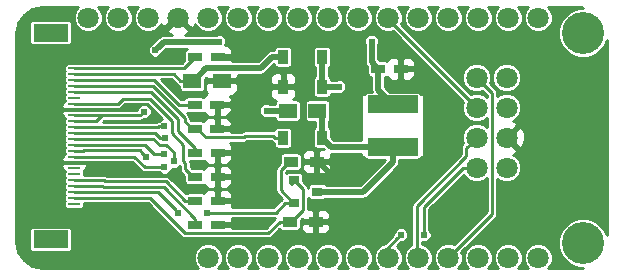
<source format=gbr>
G04 #@! TF.FileFunction,Copper,L1,Top,Signal*
%FSLAX46Y46*%
G04 Gerber Fmt 4.6, Leading zero omitted, Abs format (unit mm)*
G04 Created by KiCad (PCBNEW 4.0.7) date 2018 March 24, Saturday 15:13:57*
%MOMM*%
%LPD*%
G01*
G04 APERTURE LIST*
%ADD10C,0.150000*%
%ADD11R,0.900000X0.800000*%
%ADD12C,1.800000*%
%ADD13C,3.556000*%
%ADD14R,4.200000X1.500000*%
%ADD15R,1.200000X0.750000*%
%ADD16R,1.500000X1.250000*%
%ADD17R,0.900000X1.200000*%
%ADD18R,3.000000X1.500000*%
%ADD19R,1.000760X0.269240*%
%ADD20R,1.200000X0.900000*%
%ADD21C,0.609600*%
%ADD22C,0.508000*%
%ADD23C,0.254000*%
G04 APERTURE END LIST*
D10*
D11*
X147082000Y-107762000D03*
X147082000Y-109662000D03*
X149082000Y-108712000D03*
D12*
X129667000Y-93980000D03*
X132207000Y-93980000D03*
X134747000Y-93980000D03*
X137287000Y-93980000D03*
X139827000Y-93980000D03*
X142367000Y-93980000D03*
X144907000Y-93980000D03*
X147447000Y-93980000D03*
X149987000Y-93980000D03*
X152527000Y-93980000D03*
X155067000Y-93980000D03*
X157607000Y-93980000D03*
X160147000Y-93980000D03*
X162687000Y-93980000D03*
X165227000Y-93980000D03*
X167767000Y-93980000D03*
X167767000Y-114300000D03*
X165227000Y-114300000D03*
X162687000Y-114300000D03*
X160147000Y-114300000D03*
X157607000Y-114300000D03*
X155067000Y-114300000D03*
X152527000Y-114300000D03*
X149987000Y-114300000D03*
X147447000Y-114300000D03*
X144907000Y-114300000D03*
X142367000Y-114300000D03*
X139827000Y-114300000D03*
D13*
X171577000Y-113030000D03*
X171577000Y-95250000D03*
D14*
X155448000Y-101324000D03*
X155448000Y-104924000D03*
D15*
X154244000Y-98298000D03*
X156144000Y-98298000D03*
D16*
X146578000Y-101854000D03*
X149078000Y-101854000D03*
D15*
X138684000Y-103378000D03*
X140584000Y-103378000D03*
D16*
X138470000Y-99314000D03*
X140970000Y-99314000D03*
D15*
X138750000Y-111506000D03*
X140650000Y-111506000D03*
X138750000Y-109474000D03*
X140650000Y-109474000D03*
X138750000Y-107442000D03*
X140650000Y-107442000D03*
X138750000Y-105410000D03*
X140650000Y-105410000D03*
X138684000Y-101346000D03*
X140584000Y-101346000D03*
X138750000Y-97282000D03*
X140650000Y-97282000D03*
D17*
X146178000Y-104140000D03*
X149478000Y-104140000D03*
X149479000Y-97282000D03*
X146179000Y-97282000D03*
X146178000Y-99822000D03*
X149478000Y-99822000D03*
D18*
X126492000Y-112750000D03*
X126492000Y-95250000D03*
D19*
X128492000Y-98250000D03*
X128492000Y-98750000D03*
X128492000Y-99250000D03*
X128492000Y-99750000D03*
X128492000Y-100250000D03*
X128492000Y-100750000D03*
X128492000Y-101250000D03*
X128492000Y-101750000D03*
X128492000Y-102250000D03*
X128492000Y-102750000D03*
X128492000Y-103250000D03*
X128492000Y-103750000D03*
X128492000Y-104250000D03*
X128492000Y-104750000D03*
X128492000Y-105250000D03*
X128492000Y-105750000D03*
X128492000Y-106250000D03*
X128492000Y-106750000D03*
X128492000Y-107250000D03*
X128492000Y-107750000D03*
X128492000Y-108250000D03*
X128492000Y-108750000D03*
X128492000Y-109250000D03*
X128492000Y-109750000D03*
D20*
X146812000Y-106172000D03*
X149012000Y-106172000D03*
X146728000Y-111252000D03*
X148928000Y-111252000D03*
D12*
X162560000Y-99060000D03*
X165100000Y-99060000D03*
X162560000Y-101600000D03*
X165100000Y-101600000D03*
X162560000Y-104140000D03*
X165100000Y-104140000D03*
X162560000Y-106680000D03*
X165100000Y-106680000D03*
D21*
X135341360Y-96728280D03*
X134405136Y-101925786D03*
X153670000Y-96012000D03*
X140716000Y-96012000D03*
X127000000Y-109855000D03*
X127000000Y-104140000D03*
X127000000Y-98425000D03*
X129540000Y-97155000D03*
X133350000Y-97155000D03*
X129540000Y-113665000D03*
X129540000Y-111125000D03*
X134620000Y-111125000D03*
X134620000Y-113665000D03*
X167132000Y-101600000D03*
X167005000Y-97790000D03*
X171450000Y-97790000D03*
X171450000Y-101600000D03*
X171450000Y-104140000D03*
X171450000Y-107950000D03*
X171450000Y-110490000D03*
X167640000Y-110490000D03*
X167132000Y-107950000D03*
X151765000Y-97407880D03*
X151130000Y-102870000D03*
X151130000Y-102870000D03*
X160020000Y-101600000D03*
X160020000Y-104775000D03*
X156210000Y-107950000D03*
X156210000Y-111125000D03*
X158242000Y-98250247D03*
X150835780Y-107624035D03*
X160020000Y-111760000D03*
X163830000Y-112014000D03*
X133390707Y-106648496D03*
X135399738Y-102548834D03*
X167132000Y-104140000D03*
X161036000Y-97282000D03*
X143280946Y-104616630D03*
X143256000Y-107580833D03*
X143256000Y-103329902D03*
X150876000Y-111252000D03*
X143256000Y-111506000D03*
X143256000Y-109474000D03*
X143256000Y-101346000D03*
X143271719Y-97407880D03*
X143256000Y-99314000D03*
X150876000Y-99822000D03*
X144780000Y-101854000D03*
X136107900Y-103153377D03*
X136157665Y-104129722D03*
X156147717Y-112365791D03*
X158111815Y-112371146D03*
X136907797Y-106132237D03*
X136078004Y-105497227D03*
X134557237Y-105743428D03*
X136131111Y-106625749D03*
X137305155Y-110485155D03*
X139700000Y-110490000D03*
D22*
X135646159Y-96423481D02*
X135341360Y-96728280D01*
X136057640Y-96012000D02*
X135646159Y-96423481D01*
X140716000Y-96012000D02*
X136057640Y-96012000D01*
D23*
X128492000Y-102250000D02*
X130810000Y-102250000D01*
X130810000Y-102250000D02*
X134080922Y-102250000D01*
X130310000Y-102750000D02*
X130810000Y-102250000D01*
X128492000Y-102750000D02*
X130310000Y-102750000D01*
X134080922Y-102250000D02*
X134405136Y-101925786D01*
D22*
X153670000Y-96012000D02*
X153670000Y-97724000D01*
X153670000Y-97724000D02*
X154244000Y-98298000D01*
X154244000Y-98298000D02*
X154469000Y-98298000D01*
X154244000Y-98298000D02*
X154244000Y-100120000D01*
X154244000Y-100120000D02*
X155448000Y-101324000D01*
X127000000Y-104140000D02*
X127000000Y-109855000D01*
X129540000Y-97155000D02*
X128270000Y-97155000D01*
X128270000Y-97155000D02*
X127000000Y-98425000D01*
X137287000Y-93980000D02*
X136387001Y-94879999D01*
X136387001Y-94879999D02*
X135855659Y-94879999D01*
X135855659Y-94879999D02*
X133580658Y-97155000D01*
X133580658Y-97155000D02*
X133350000Y-97155000D01*
X129540000Y-111125000D02*
X129540000Y-113665000D01*
X134620000Y-113665000D02*
X134620000Y-111125000D01*
X167132000Y-99083342D02*
X167132000Y-101600000D01*
X167132000Y-101600000D02*
X167132000Y-104140000D01*
X167005000Y-97790000D02*
X167005000Y-101473000D01*
X167005000Y-101473000D02*
X167132000Y-101600000D01*
X171450000Y-101600000D02*
X171450000Y-97790000D01*
X171450000Y-107950000D02*
X171450000Y-104140000D01*
X171450000Y-110490000D02*
X171450000Y-107950000D01*
X167640000Y-110490000D02*
X171450000Y-110490000D01*
X167132000Y-107950000D02*
X167132000Y-109982000D01*
X167132000Y-109982000D02*
X167640000Y-110490000D01*
D23*
X167132000Y-107950000D02*
X167132000Y-108712000D01*
D22*
X167132000Y-104140000D02*
X167132000Y-107950000D01*
X151130000Y-102870000D02*
X151765000Y-102235000D01*
X151765000Y-102235000D02*
X151765000Y-100060762D01*
X151765000Y-100060762D02*
X151765000Y-97407880D01*
X156210000Y-107950000D02*
X156845000Y-107950000D01*
X156845000Y-107950000D02*
X160020000Y-104775000D01*
X150876000Y-111252000D02*
X156083000Y-111252000D01*
X156083000Y-111252000D02*
X156210000Y-111125000D01*
X158194247Y-98298000D02*
X158242000Y-98250247D01*
X156144000Y-98298000D02*
X158194247Y-98298000D01*
X150614035Y-107624035D02*
X150835780Y-107624035D01*
X149012000Y-106172000D02*
X149162000Y-106172000D01*
X149162000Y-106172000D02*
X150614035Y-107624035D01*
D23*
X167132000Y-108712000D02*
X163830000Y-112014000D01*
X133085908Y-106343697D02*
X133390707Y-106648496D01*
X132992211Y-106250000D02*
X133085908Y-106343697D01*
X128492000Y-106250000D02*
X132992211Y-106250000D01*
X132322592Y-101750000D02*
X132781808Y-101290784D01*
X132781808Y-101290784D02*
X134685888Y-101290784D01*
X128492000Y-101750000D02*
X132322592Y-101750000D01*
X135399738Y-102117782D02*
X135399738Y-102548834D01*
X135399738Y-102004634D02*
X135399738Y-102117782D01*
X134685888Y-101290784D02*
X135399738Y-102004634D01*
D22*
X143271719Y-97407880D02*
X140775880Y-97407880D01*
X140775880Y-97407880D02*
X140650000Y-97282000D01*
X161036000Y-97282000D02*
X165330658Y-97282000D01*
X165330658Y-97282000D02*
X167132000Y-99083342D01*
X143256000Y-104641576D02*
X143280946Y-104616630D01*
X143256000Y-107580833D02*
X143256000Y-104641576D01*
X142976147Y-104921429D02*
X143280946Y-104616630D01*
X140584000Y-103378000D02*
X143207902Y-103378000D01*
X143117167Y-107442000D02*
X143256000Y-107580833D01*
X140650000Y-107442000D02*
X143117167Y-107442000D01*
X143256000Y-109474000D02*
X143256000Y-107580833D01*
X140650000Y-105410000D02*
X142487576Y-105410000D01*
X143207902Y-103378000D02*
X143256000Y-103329902D01*
X143256000Y-101346000D02*
X143256000Y-103329902D01*
X142487576Y-105410000D02*
X142976147Y-104921429D01*
X143256000Y-101346000D02*
X143256000Y-99314000D01*
X146178000Y-99822000D02*
X143764000Y-99822000D01*
X143764000Y-99822000D02*
X143256000Y-99314000D01*
X148928000Y-111252000D02*
X150876000Y-111252000D01*
X140650000Y-111506000D02*
X143256000Y-111506000D01*
X140650000Y-109474000D02*
X143256000Y-109474000D01*
X140584000Y-101346000D02*
X143256000Y-101346000D01*
X140970000Y-99314000D02*
X143256000Y-99314000D01*
X149478000Y-99822000D02*
X149478000Y-97283000D01*
X149478000Y-97283000D02*
X149479000Y-97282000D01*
X150876000Y-99822000D02*
X149478000Y-99822000D01*
X146578000Y-101854000D02*
X144780000Y-101854000D01*
X149082000Y-108712000D02*
X152918000Y-108712000D01*
X152918000Y-108712000D02*
X155448000Y-106182000D01*
X155448000Y-106182000D02*
X155448000Y-104924000D01*
X154098000Y-104924000D02*
X155448000Y-104924000D01*
X149478000Y-104140000D02*
X149478000Y-102254000D01*
X149478000Y-102254000D02*
X149078000Y-101854000D01*
X155448000Y-104924000D02*
X150262000Y-104924000D01*
X150262000Y-104924000D02*
X149478000Y-104140000D01*
D23*
X138684000Y-103378000D02*
X138459000Y-103378000D01*
X138459000Y-103378000D02*
X137830000Y-102749000D01*
X137830000Y-102749000D02*
X137830000Y-102457792D01*
X137830000Y-102457792D02*
X135122208Y-99750000D01*
X135122208Y-99750000D02*
X129246380Y-99750000D01*
X129246380Y-99750000D02*
X128492000Y-99750000D01*
X145298912Y-103964912D02*
X145474000Y-104140000D01*
X142976142Y-103964912D02*
X145298912Y-103964912D01*
X138684000Y-103378000D02*
X138909000Y-103378000D01*
X138909000Y-103378000D02*
X139629641Y-104098641D01*
X139629641Y-104098641D02*
X142842413Y-104098641D01*
X145474000Y-104140000D02*
X146178000Y-104140000D01*
X142842413Y-104098641D02*
X142976142Y-103964912D01*
X129246380Y-98750000D02*
X128492000Y-98750000D01*
X136902000Y-98750000D02*
X129246380Y-98750000D01*
X137466000Y-99314000D02*
X136902000Y-98750000D01*
X138470000Y-99314000D02*
X137466000Y-99314000D01*
D22*
X138470000Y-99314000D02*
X138595000Y-99314000D01*
X138595000Y-99314000D02*
X139677201Y-98231799D01*
X139677201Y-98231799D02*
X144271201Y-98231799D01*
X144271201Y-98231799D02*
X145221000Y-97282000D01*
X145221000Y-97282000D02*
X146179000Y-97282000D01*
D23*
X136067353Y-108302693D02*
X130946106Y-108302693D01*
X130946106Y-108302693D02*
X130893413Y-108250000D01*
X129246380Y-108250000D02*
X128492000Y-108250000D01*
X130893413Y-108250000D02*
X129246380Y-108250000D01*
X138750000Y-111506000D02*
X138750000Y-110985340D01*
X138750000Y-110985340D02*
X136067353Y-108302693D01*
X137896000Y-109474000D02*
X136267482Y-107845482D01*
X136267482Y-107845482D02*
X131135488Y-107845482D01*
X131040006Y-107750000D02*
X129246380Y-107750000D01*
X131135488Y-107845482D02*
X131040006Y-107750000D01*
X138750000Y-109474000D02*
X137896000Y-109474000D01*
X129246380Y-107750000D02*
X128492000Y-107750000D01*
X136742901Y-102701205D02*
X134875270Y-100833574D01*
X132176000Y-101250000D02*
X129246380Y-101250000D01*
X137695483Y-106120985D02*
X137695483Y-104727738D01*
X136742901Y-103775156D02*
X136742901Y-102701205D01*
X132592426Y-100833574D02*
X132176000Y-101250000D01*
X138525000Y-107442000D02*
X137896000Y-106813000D01*
X137896000Y-106813000D02*
X137896000Y-106321502D01*
X129246380Y-101250000D02*
X128492000Y-101250000D01*
X134875270Y-100833574D02*
X132592426Y-100833574D01*
X137896000Y-106321502D02*
X137695483Y-106120985D01*
X138750000Y-107442000D02*
X138525000Y-107442000D01*
X137695483Y-104727738D02*
X136742901Y-103775156D01*
X138750000Y-105410000D02*
X138750000Y-105035850D01*
X134975616Y-100250000D02*
X129246380Y-100250000D01*
X138750000Y-105035850D02*
X137296660Y-103582510D01*
X137296660Y-103582510D02*
X137296659Y-102571043D01*
X137296659Y-102571043D02*
X134975616Y-100250000D01*
X129246380Y-100250000D02*
X128492000Y-100250000D01*
X138684000Y-101346000D02*
X137364800Y-101346000D01*
X137364800Y-101346000D02*
X135268800Y-99250000D01*
X135268800Y-99250000D02*
X129246380Y-99250000D01*
X129246380Y-99250000D02*
X128492000Y-99250000D01*
X138684000Y-101346000D02*
X138459000Y-101346000D01*
X138750000Y-97282000D02*
X137782000Y-98250000D01*
X137782000Y-98250000D02*
X134916790Y-98250000D01*
X134916790Y-98250000D02*
X128492000Y-98250000D01*
X136107900Y-103153377D02*
X135676848Y-103153377D01*
X135676848Y-103153377D02*
X135580225Y-103250000D01*
X135580225Y-103250000D02*
X129246380Y-103250000D01*
X129246380Y-103250000D02*
X128492000Y-103250000D01*
X128492000Y-103750000D02*
X128513652Y-103771652D01*
X128513652Y-103771652D02*
X135368543Y-103771652D01*
X135368543Y-103771652D02*
X135726613Y-104129722D01*
X135726613Y-104129722D02*
X136157665Y-104129722D01*
X162560000Y-101600000D02*
X154940000Y-93980000D01*
X155842918Y-112670590D02*
X156147717Y-112365791D01*
X154940000Y-113573508D02*
X155842918Y-112670590D01*
X154940000Y-114300000D02*
X154940000Y-113573508D01*
X162560000Y-106680000D02*
X161422304Y-106680000D01*
X158111815Y-109990489D02*
X158111815Y-111940094D01*
X161422304Y-106680000D02*
X158111815Y-109990489D01*
X158111815Y-111940094D02*
X158111815Y-112371146D01*
X136907797Y-105387218D02*
X136907797Y-105701185D01*
X135715022Y-104764723D02*
X136285302Y-104764723D01*
X135200299Y-104250000D02*
X135715022Y-104764723D01*
X136285302Y-104764723D02*
X136907797Y-105387218D01*
X136907797Y-105701185D02*
X136907797Y-106132237D01*
X128492000Y-104250000D02*
X135200299Y-104250000D01*
X136078004Y-105497227D02*
X135212170Y-105497227D01*
X135212170Y-105497227D02*
X134464943Y-104750000D01*
X134464943Y-104750000D02*
X129246380Y-104750000D01*
X129246380Y-104750000D02*
X128492000Y-104750000D01*
X157480000Y-114300000D02*
X157474463Y-114294463D01*
X161660001Y-105039999D02*
X162560000Y-104140000D01*
X157474463Y-114294463D02*
X157474463Y-109913645D01*
X157474463Y-109913645D02*
X161660001Y-105728107D01*
X161660001Y-105728107D02*
X161660001Y-105039999D01*
X134252438Y-105438629D02*
X134557237Y-105743428D01*
X129246380Y-105250000D02*
X129287205Y-105209175D01*
X128492000Y-105250000D02*
X129246380Y-105250000D01*
X134022984Y-105209175D02*
X134252438Y-105438629D01*
X129287205Y-105209175D02*
X134022984Y-105209175D01*
X160147000Y-114300000D02*
X163869799Y-110577201D01*
X163869799Y-110577201D02*
X163869799Y-100369799D01*
X163869799Y-100369799D02*
X163459999Y-99959999D01*
X163459999Y-99959999D02*
X162560000Y-99060000D01*
X136131111Y-106625749D02*
X134456523Y-106625749D01*
X129246380Y-105750000D02*
X128492000Y-105750000D01*
X134456523Y-106625749D02*
X133580774Y-105750000D01*
X133580774Y-105750000D02*
X129246380Y-105750000D01*
X147082000Y-109662000D02*
X146378000Y-109662000D01*
X146378000Y-109662000D02*
X145550000Y-110490000D01*
X145550000Y-110490000D02*
X140131052Y-110490000D01*
X140131052Y-110490000D02*
X139700000Y-110490000D01*
X147082000Y-109662000D02*
X147032000Y-109662000D01*
X147032000Y-109662000D02*
X145958000Y-108588000D01*
X145958000Y-108588000D02*
X145958000Y-106876000D01*
X145958000Y-106876000D02*
X146662000Y-106172000D01*
X146662000Y-106172000D02*
X146812000Y-106172000D01*
X137000356Y-110180356D02*
X137305155Y-110485155D01*
X129256284Y-108759904D02*
X135579904Y-108759904D01*
X128492000Y-108750000D02*
X129246380Y-108750000D01*
X135579904Y-108759904D02*
X137000356Y-110180356D01*
X129246380Y-108750000D02*
X129256284Y-108759904D01*
X147082000Y-107762000D02*
X147132000Y-107762000D01*
X147132000Y-107762000D02*
X147862201Y-108492201D01*
X147862201Y-108492201D02*
X147862201Y-110267799D01*
X147862201Y-110267799D02*
X146878000Y-111252000D01*
X146878000Y-111252000D02*
X146728000Y-111252000D01*
X128492000Y-109250000D02*
X134934358Y-109250000D01*
X134934358Y-109250000D02*
X137895559Y-112211201D01*
X137895559Y-112211201D02*
X144914799Y-112211201D01*
X145874000Y-111252000D02*
X146728000Y-111252000D01*
X144914799Y-112211201D02*
X145874000Y-111252000D01*
X146969000Y-108062000D02*
X146844000Y-108062000D01*
G36*
X128624695Y-93282238D02*
X128437014Y-93734225D01*
X128436587Y-94223628D01*
X128623479Y-94675942D01*
X128969238Y-95022305D01*
X129421225Y-95209986D01*
X129910628Y-95210413D01*
X130362942Y-95023521D01*
X130709305Y-94677762D01*
X130896986Y-94225775D01*
X130897413Y-93736372D01*
X130710521Y-93284058D01*
X130538763Y-93112000D01*
X131335230Y-93112000D01*
X131164695Y-93282238D01*
X130977014Y-93734225D01*
X130976587Y-94223628D01*
X131163479Y-94675942D01*
X131509238Y-95022305D01*
X131961225Y-95209986D01*
X132450628Y-95210413D01*
X132902942Y-95023521D01*
X133249305Y-94677762D01*
X133436986Y-94225775D01*
X133437413Y-93736372D01*
X133250521Y-93284058D01*
X133078763Y-93112000D01*
X133875230Y-93112000D01*
X133704695Y-93282238D01*
X133517014Y-93734225D01*
X133516587Y-94223628D01*
X133703479Y-94675942D01*
X134049238Y-95022305D01*
X134501225Y-95209986D01*
X134990628Y-95210413D01*
X135442942Y-95023521D01*
X135789305Y-94677762D01*
X135845796Y-94541716D01*
X135950357Y-94794148D01*
X136206841Y-94880554D01*
X137107395Y-93980000D01*
X137093253Y-93965858D01*
X137272858Y-93786253D01*
X137287000Y-93800395D01*
X137301143Y-93786253D01*
X137480748Y-93965858D01*
X137466605Y-93980000D01*
X138367159Y-94880554D01*
X138623643Y-94794148D01*
X138721643Y-94526287D01*
X138783479Y-94675942D01*
X139129238Y-95022305D01*
X139581225Y-95209986D01*
X140070628Y-95210413D01*
X140522942Y-95023521D01*
X140869305Y-94677762D01*
X141056986Y-94225775D01*
X141057413Y-93736372D01*
X140870521Y-93284058D01*
X140698763Y-93112000D01*
X141495230Y-93112000D01*
X141324695Y-93282238D01*
X141137014Y-93734225D01*
X141136587Y-94223628D01*
X141323479Y-94675942D01*
X141669238Y-95022305D01*
X142121225Y-95209986D01*
X142610628Y-95210413D01*
X143062942Y-95023521D01*
X143409305Y-94677762D01*
X143596986Y-94225775D01*
X143597413Y-93736372D01*
X143410521Y-93284058D01*
X143238763Y-93112000D01*
X144035230Y-93112000D01*
X143864695Y-93282238D01*
X143677014Y-93734225D01*
X143676587Y-94223628D01*
X143863479Y-94675942D01*
X144209238Y-95022305D01*
X144661225Y-95209986D01*
X145150628Y-95210413D01*
X145602942Y-95023521D01*
X145949305Y-94677762D01*
X146136986Y-94225775D01*
X146137413Y-93736372D01*
X145950521Y-93284058D01*
X145778763Y-93112000D01*
X146575230Y-93112000D01*
X146404695Y-93282238D01*
X146217014Y-93734225D01*
X146216587Y-94223628D01*
X146403479Y-94675942D01*
X146749238Y-95022305D01*
X147201225Y-95209986D01*
X147690628Y-95210413D01*
X148142942Y-95023521D01*
X148489305Y-94677762D01*
X148676986Y-94225775D01*
X148677413Y-93736372D01*
X148490521Y-93284058D01*
X148318763Y-93112000D01*
X149115230Y-93112000D01*
X148944695Y-93282238D01*
X148757014Y-93734225D01*
X148756587Y-94223628D01*
X148943479Y-94675942D01*
X149289238Y-95022305D01*
X149741225Y-95209986D01*
X150230628Y-95210413D01*
X150682942Y-95023521D01*
X151029305Y-94677762D01*
X151216986Y-94225775D01*
X151217413Y-93736372D01*
X151030521Y-93284058D01*
X150858763Y-93112000D01*
X151655230Y-93112000D01*
X151484695Y-93282238D01*
X151297014Y-93734225D01*
X151296587Y-94223628D01*
X151483479Y-94675942D01*
X151829238Y-95022305D01*
X152281225Y-95209986D01*
X152770628Y-95210413D01*
X153222942Y-95023521D01*
X153569305Y-94677762D01*
X153756986Y-94225775D01*
X153757413Y-93736372D01*
X153570521Y-93284058D01*
X153398763Y-93112000D01*
X154195230Y-93112000D01*
X154024695Y-93282238D01*
X153837014Y-93734225D01*
X153836587Y-94223628D01*
X154023479Y-94675942D01*
X154369238Y-95022305D01*
X154821225Y-95209986D01*
X155310628Y-95210413D01*
X155461497Y-95148075D01*
X161429077Y-101115655D01*
X161330014Y-101354225D01*
X161329587Y-101843628D01*
X161516479Y-102295942D01*
X161862238Y-102642305D01*
X162314225Y-102829986D01*
X162803628Y-102830413D01*
X163255942Y-102643521D01*
X163412599Y-102487137D01*
X163412599Y-103252802D01*
X163257762Y-103097695D01*
X162805775Y-102910014D01*
X162316372Y-102909587D01*
X161864058Y-103096479D01*
X161517695Y-103442238D01*
X161330014Y-103894225D01*
X161329587Y-104383628D01*
X161429057Y-104624365D01*
X161336712Y-104716710D01*
X161237603Y-104865036D01*
X161202801Y-105039999D01*
X161202801Y-105538729D01*
X157151174Y-109590356D01*
X157052065Y-109738682D01*
X157017263Y-109913645D01*
X157017263Y-113212596D01*
X156911058Y-113256479D01*
X156564695Y-113602238D01*
X156377014Y-114054225D01*
X156376587Y-114543628D01*
X156563479Y-114995942D01*
X156735237Y-115168000D01*
X155938770Y-115168000D01*
X156109305Y-114997762D01*
X156296986Y-114545775D01*
X156297413Y-114056372D01*
X156110521Y-113604058D01*
X155833516Y-113326570D01*
X156159285Y-113000801D01*
X156273472Y-113000901D01*
X156506945Y-112904431D01*
X156685730Y-112725959D01*
X156782606Y-112492654D01*
X156782827Y-112240036D01*
X156686357Y-112006563D01*
X156507885Y-111827778D01*
X156274580Y-111730902D01*
X156021962Y-111730681D01*
X155788489Y-111827151D01*
X155609704Y-112005623D01*
X155512828Y-112238928D01*
X155512727Y-112354203D01*
X154779015Y-113087915D01*
X154371058Y-113256479D01*
X154024695Y-113602238D01*
X153837014Y-114054225D01*
X153836587Y-114543628D01*
X154023479Y-114995942D01*
X154195237Y-115168000D01*
X153398770Y-115168000D01*
X153569305Y-114997762D01*
X153756986Y-114545775D01*
X153757413Y-114056372D01*
X153570521Y-113604058D01*
X153224762Y-113257695D01*
X152772775Y-113070014D01*
X152283372Y-113069587D01*
X151831058Y-113256479D01*
X151484695Y-113602238D01*
X151297014Y-114054225D01*
X151296587Y-114543628D01*
X151483479Y-114995942D01*
X151655237Y-115168000D01*
X150858770Y-115168000D01*
X151029305Y-114997762D01*
X151216986Y-114545775D01*
X151217413Y-114056372D01*
X151030521Y-113604058D01*
X150684762Y-113257695D01*
X150232775Y-113070014D01*
X149743372Y-113069587D01*
X149291058Y-113256479D01*
X148944695Y-113602238D01*
X148757014Y-114054225D01*
X148756587Y-114543628D01*
X148943479Y-114995942D01*
X149115237Y-115168000D01*
X148318770Y-115168000D01*
X148489305Y-114997762D01*
X148676986Y-114545775D01*
X148677413Y-114056372D01*
X148490521Y-113604058D01*
X148144762Y-113257695D01*
X147692775Y-113070014D01*
X147203372Y-113069587D01*
X146751058Y-113256479D01*
X146404695Y-113602238D01*
X146217014Y-114054225D01*
X146216587Y-114543628D01*
X146403479Y-114995942D01*
X146575237Y-115168000D01*
X145778770Y-115168000D01*
X145949305Y-114997762D01*
X146136986Y-114545775D01*
X146137413Y-114056372D01*
X145950521Y-113604058D01*
X145604762Y-113257695D01*
X145152775Y-113070014D01*
X144663372Y-113069587D01*
X144211058Y-113256479D01*
X143864695Y-113602238D01*
X143677014Y-114054225D01*
X143676587Y-114543628D01*
X143863479Y-114995942D01*
X144035237Y-115168000D01*
X143238770Y-115168000D01*
X143409305Y-114997762D01*
X143596986Y-114545775D01*
X143597413Y-114056372D01*
X143410521Y-113604058D01*
X143064762Y-113257695D01*
X142612775Y-113070014D01*
X142123372Y-113069587D01*
X141671058Y-113256479D01*
X141324695Y-113602238D01*
X141137014Y-114054225D01*
X141136587Y-114543628D01*
X141323479Y-114995942D01*
X141495237Y-115168000D01*
X140698770Y-115168000D01*
X140869305Y-114997762D01*
X141056986Y-114545775D01*
X141057413Y-114056372D01*
X140870521Y-113604058D01*
X140524762Y-113257695D01*
X140072775Y-113070014D01*
X139583372Y-113069587D01*
X139131058Y-113256479D01*
X138784695Y-113602238D01*
X138597014Y-114054225D01*
X138596587Y-114543628D01*
X138783479Y-114995942D01*
X138955237Y-115168000D01*
X125769595Y-115168000D01*
X124914838Y-114997978D01*
X124223775Y-114536225D01*
X123762022Y-113845164D01*
X123592000Y-112990405D01*
X123592000Y-112000000D01*
X124655331Y-112000000D01*
X124655331Y-113500000D01*
X124678356Y-113622365D01*
X124750673Y-113734749D01*
X124861017Y-113810144D01*
X124992000Y-113836669D01*
X127992000Y-113836669D01*
X128114365Y-113813644D01*
X128226749Y-113741327D01*
X128302144Y-113630983D01*
X128328669Y-113500000D01*
X128328669Y-112000000D01*
X128305644Y-111877635D01*
X128233327Y-111765251D01*
X128122983Y-111689856D01*
X127992000Y-111663331D01*
X124992000Y-111663331D01*
X124869635Y-111686356D01*
X124757251Y-111758673D01*
X124681856Y-111869017D01*
X124655331Y-112000000D01*
X123592000Y-112000000D01*
X123592000Y-106476060D01*
X127356620Y-106476060D01*
X127356620Y-106510929D01*
X127453293Y-106744318D01*
X127631921Y-106922947D01*
X127664719Y-106936532D01*
X127677459Y-107004235D01*
X127654951Y-107115380D01*
X127654951Y-107384620D01*
X127677459Y-107504235D01*
X127654951Y-107615380D01*
X127654951Y-107884620D01*
X127677459Y-108004235D01*
X127654951Y-108115380D01*
X127654951Y-108384620D01*
X127677459Y-108504235D01*
X127654951Y-108615380D01*
X127654951Y-108884620D01*
X127677459Y-109004235D01*
X127654951Y-109115380D01*
X127654951Y-109384620D01*
X127677459Y-109504235D01*
X127654951Y-109615380D01*
X127654951Y-109884620D01*
X127677976Y-110006985D01*
X127750293Y-110119369D01*
X127860637Y-110194764D01*
X127991620Y-110221289D01*
X128992380Y-110221289D01*
X129114745Y-110198264D01*
X129227129Y-110125947D01*
X129302524Y-110015603D01*
X129329049Y-109884620D01*
X129329049Y-109707200D01*
X134744980Y-109707200D01*
X137572270Y-112534490D01*
X137720596Y-112633599D01*
X137895559Y-112668401D01*
X144914799Y-112668401D01*
X145089762Y-112633599D01*
X145238088Y-112534490D01*
X145866766Y-111905812D01*
X145886673Y-111936749D01*
X145997017Y-112012144D01*
X146128000Y-112038669D01*
X147328000Y-112038669D01*
X147450365Y-112015644D01*
X147562749Y-111943327D01*
X147638144Y-111832983D01*
X147664669Y-111702000D01*
X147664669Y-111537750D01*
X147693000Y-111537750D01*
X147693000Y-111828310D01*
X147789673Y-112061699D01*
X147968302Y-112240327D01*
X148201691Y-112337000D01*
X148642250Y-112337000D01*
X148801000Y-112178250D01*
X148801000Y-111379000D01*
X149055000Y-111379000D01*
X149055000Y-112178250D01*
X149213750Y-112337000D01*
X149654309Y-112337000D01*
X149887698Y-112240327D01*
X150066327Y-112061699D01*
X150163000Y-111828310D01*
X150163000Y-111537750D01*
X150004250Y-111379000D01*
X149055000Y-111379000D01*
X148801000Y-111379000D01*
X147851750Y-111379000D01*
X147693000Y-111537750D01*
X147664669Y-111537750D01*
X147664669Y-111111909D01*
X147751664Y-111024914D01*
X147851750Y-111125000D01*
X148801000Y-111125000D01*
X148801000Y-110325750D01*
X149055000Y-110325750D01*
X149055000Y-111125000D01*
X150004250Y-111125000D01*
X150163000Y-110966250D01*
X150163000Y-110675690D01*
X150066327Y-110442301D01*
X149887698Y-110263673D01*
X149654309Y-110167000D01*
X149213750Y-110167000D01*
X149055000Y-110325750D01*
X148801000Y-110325750D01*
X148642250Y-110167000D01*
X148319401Y-110167000D01*
X148319401Y-109235989D01*
X148390673Y-109346749D01*
X148501017Y-109422144D01*
X148632000Y-109448669D01*
X149532000Y-109448669D01*
X149654365Y-109425644D01*
X149766749Y-109353327D01*
X149805782Y-109296200D01*
X152918000Y-109296200D01*
X153141564Y-109251730D01*
X153331092Y-109125092D01*
X155861092Y-106595092D01*
X155895643Y-106543383D01*
X155987730Y-106405564D01*
X156032200Y-106182000D01*
X156032200Y-106010669D01*
X157548000Y-106010669D01*
X157670365Y-105987644D01*
X157782749Y-105915327D01*
X157858144Y-105804983D01*
X157860976Y-105791000D01*
X157988000Y-105791000D01*
X158034159Y-105782315D01*
X158076553Y-105755035D01*
X158104994Y-105713410D01*
X158115000Y-105664000D01*
X158115000Y-100584000D01*
X158106315Y-100537841D01*
X158079035Y-100495447D01*
X158037410Y-100467006D01*
X157988000Y-100457000D01*
X157862654Y-100457000D01*
X157861644Y-100451635D01*
X157789327Y-100339251D01*
X157678983Y-100263856D01*
X157548000Y-100237331D01*
X155187515Y-100237331D01*
X154828200Y-99878016D01*
X154828200Y-99009669D01*
X154844000Y-99009669D01*
X154966365Y-98986644D01*
X154982339Y-98976365D01*
X155005673Y-99032699D01*
X155184302Y-99211327D01*
X155417691Y-99308000D01*
X155858250Y-99308000D01*
X156017000Y-99149250D01*
X156017000Y-98425000D01*
X156271000Y-98425000D01*
X156271000Y-99149250D01*
X156429750Y-99308000D01*
X156870309Y-99308000D01*
X157103698Y-99211327D01*
X157282327Y-99032699D01*
X157379000Y-98799310D01*
X157379000Y-98583750D01*
X157220250Y-98425000D01*
X156271000Y-98425000D01*
X156017000Y-98425000D01*
X155997000Y-98425000D01*
X155997000Y-98171000D01*
X156017000Y-98171000D01*
X156017000Y-97446750D01*
X156271000Y-97446750D01*
X156271000Y-98171000D01*
X157220250Y-98171000D01*
X157379000Y-98012250D01*
X157379000Y-97796690D01*
X157282327Y-97563301D01*
X157103698Y-97384673D01*
X156870309Y-97288000D01*
X156429750Y-97288000D01*
X156271000Y-97446750D01*
X156017000Y-97446750D01*
X155858250Y-97288000D01*
X155417691Y-97288000D01*
X155184302Y-97384673D01*
X155005673Y-97563301D01*
X154982905Y-97618269D01*
X154974983Y-97612856D01*
X154844000Y-97586331D01*
X154358515Y-97586331D01*
X154254200Y-97482016D01*
X154254200Y-96260937D01*
X154304889Y-96138863D01*
X154305110Y-95886245D01*
X154208640Y-95652772D01*
X154030168Y-95473987D01*
X153796863Y-95377111D01*
X153544245Y-95376890D01*
X153310772Y-95473360D01*
X153131987Y-95651832D01*
X153035111Y-95885137D01*
X153034890Y-96137755D01*
X153085800Y-96260965D01*
X153085800Y-97724000D01*
X153130270Y-97947564D01*
X153242401Y-98115380D01*
X153256908Y-98137092D01*
X153307331Y-98187515D01*
X153307331Y-98673000D01*
X153330356Y-98795365D01*
X153402673Y-98907749D01*
X153513017Y-98983144D01*
X153644000Y-99009669D01*
X153659800Y-99009669D01*
X153659800Y-100120000D01*
X153683139Y-100237331D01*
X153348000Y-100237331D01*
X153225635Y-100260356D01*
X153113251Y-100332673D01*
X153037856Y-100443017D01*
X153035024Y-100457000D01*
X152908000Y-100457000D01*
X152861841Y-100465685D01*
X152819447Y-100492965D01*
X152791006Y-100534590D01*
X152781000Y-100584000D01*
X152781000Y-104339800D01*
X150503983Y-104339800D01*
X150264669Y-104100485D01*
X150264669Y-103540000D01*
X150241644Y-103417635D01*
X150169327Y-103305251D01*
X150062200Y-103232054D01*
X150062200Y-102720680D01*
X150062749Y-102720327D01*
X150138144Y-102609983D01*
X150164669Y-102479000D01*
X150164669Y-101229000D01*
X150141644Y-101106635D01*
X150069327Y-100994251D01*
X149958983Y-100918856D01*
X149828000Y-100892331D01*
X148328000Y-100892331D01*
X148205635Y-100915356D01*
X148093251Y-100987673D01*
X148017856Y-101098017D01*
X147991331Y-101229000D01*
X147991331Y-102479000D01*
X148014356Y-102601365D01*
X148086673Y-102713749D01*
X148197017Y-102789144D01*
X148328000Y-102815669D01*
X148893800Y-102815669D01*
X148893800Y-103233972D01*
X148793251Y-103298673D01*
X148717856Y-103409017D01*
X148691331Y-103540000D01*
X148691331Y-104740000D01*
X148714356Y-104862365D01*
X148786673Y-104974749D01*
X148897017Y-105050144D01*
X149028000Y-105076669D01*
X149588486Y-105076669D01*
X149598817Y-105087000D01*
X149297750Y-105087000D01*
X149139000Y-105245750D01*
X149139000Y-106045000D01*
X150088250Y-106045000D01*
X150247000Y-105886250D01*
X150247000Y-105595690D01*
X150206160Y-105497093D01*
X150262000Y-105508200D01*
X152781000Y-105508200D01*
X152781000Y-105664000D01*
X152789685Y-105710159D01*
X152816965Y-105752553D01*
X152858590Y-105780994D01*
X152908000Y-105791000D01*
X153033346Y-105791000D01*
X153034356Y-105796365D01*
X153106673Y-105908749D01*
X153217017Y-105984144D01*
X153348000Y-106010669D01*
X154793147Y-106010669D01*
X152676016Y-108127800D01*
X149805854Y-108127800D01*
X149773327Y-108077251D01*
X149662983Y-108001856D01*
X149532000Y-107975331D01*
X148632000Y-107975331D01*
X148509635Y-107998356D01*
X148397251Y-108070673D01*
X148321856Y-108181017D01*
X148295331Y-108312000D01*
X148295331Y-108371192D01*
X148284599Y-108317238D01*
X148185490Y-108168912D01*
X147868669Y-107852091D01*
X147868669Y-107362000D01*
X147845644Y-107239635D01*
X147773327Y-107127251D01*
X147662983Y-107051856D01*
X147532000Y-107025331D01*
X146632000Y-107025331D01*
X146509635Y-107048356D01*
X146415200Y-107109123D01*
X146415200Y-107065378D01*
X146521909Y-106958669D01*
X147412000Y-106958669D01*
X147534365Y-106935644D01*
X147646749Y-106863327D01*
X147722144Y-106752983D01*
X147748669Y-106622000D01*
X147748669Y-106457750D01*
X147777000Y-106457750D01*
X147777000Y-106748310D01*
X147873673Y-106981699D01*
X148052302Y-107160327D01*
X148285691Y-107257000D01*
X148726250Y-107257000D01*
X148885000Y-107098250D01*
X148885000Y-106299000D01*
X149139000Y-106299000D01*
X149139000Y-107098250D01*
X149297750Y-107257000D01*
X149738309Y-107257000D01*
X149971698Y-107160327D01*
X150150327Y-106981699D01*
X150247000Y-106748310D01*
X150247000Y-106457750D01*
X150088250Y-106299000D01*
X149139000Y-106299000D01*
X148885000Y-106299000D01*
X147935750Y-106299000D01*
X147777000Y-106457750D01*
X147748669Y-106457750D01*
X147748669Y-105722000D01*
X147725644Y-105599635D01*
X147723106Y-105595690D01*
X147777000Y-105595690D01*
X147777000Y-105886250D01*
X147935750Y-106045000D01*
X148885000Y-106045000D01*
X148885000Y-105245750D01*
X148726250Y-105087000D01*
X148285691Y-105087000D01*
X148052302Y-105183673D01*
X147873673Y-105362301D01*
X147777000Y-105595690D01*
X147723106Y-105595690D01*
X147653327Y-105487251D01*
X147542983Y-105411856D01*
X147412000Y-105385331D01*
X146212000Y-105385331D01*
X146089635Y-105408356D01*
X145977251Y-105480673D01*
X145901856Y-105591017D01*
X145875331Y-105722000D01*
X145875331Y-106312091D01*
X145634711Y-106552711D01*
X145535602Y-106701037D01*
X145500800Y-106876000D01*
X145500800Y-108588000D01*
X145535602Y-108762963D01*
X145634711Y-108911289D01*
X146059160Y-109335738D01*
X146054711Y-109338711D01*
X145360622Y-110032800D01*
X141861187Y-110032800D01*
X141885000Y-109975310D01*
X141885000Y-109759750D01*
X141726250Y-109601000D01*
X140777000Y-109601000D01*
X140777000Y-109621000D01*
X140523000Y-109621000D01*
X140523000Y-109601000D01*
X140503000Y-109601000D01*
X140503000Y-109347000D01*
X140523000Y-109347000D01*
X140523000Y-108622750D01*
X140777000Y-108622750D01*
X140777000Y-109347000D01*
X141726250Y-109347000D01*
X141885000Y-109188250D01*
X141885000Y-108972690D01*
X141788327Y-108739301D01*
X141609698Y-108560673D01*
X141376309Y-108464000D01*
X140935750Y-108464000D01*
X140777000Y-108622750D01*
X140523000Y-108622750D01*
X140364250Y-108464000D01*
X139923691Y-108464000D01*
X139690302Y-108560673D01*
X139511673Y-108739301D01*
X139488905Y-108794269D01*
X139480983Y-108788856D01*
X139350000Y-108762331D01*
X138150000Y-108762331D01*
X138027635Y-108785356D01*
X137921944Y-108853366D01*
X136590771Y-107522193D01*
X136442445Y-107423084D01*
X136267482Y-107388282D01*
X131305782Y-107388282D01*
X131214969Y-107327602D01*
X131040006Y-107292800D01*
X129329049Y-107292800D01*
X129329049Y-107115380D01*
X129306541Y-106995765D01*
X129318468Y-106936869D01*
X129352079Y-106922947D01*
X129530707Y-106744318D01*
X129627380Y-106510929D01*
X129627380Y-106476060D01*
X129468630Y-106317310D01*
X129141034Y-106317310D01*
X129123363Y-106305236D01*
X128992380Y-106278711D01*
X127991620Y-106278711D01*
X127869255Y-106301736D01*
X127845052Y-106317310D01*
X127515370Y-106317310D01*
X127356620Y-106476060D01*
X123592000Y-106476060D01*
X123592000Y-101489071D01*
X127356620Y-101489071D01*
X127356620Y-101523940D01*
X127515370Y-101682690D01*
X127842966Y-101682690D01*
X127860637Y-101694764D01*
X127991620Y-101721289D01*
X128992380Y-101721289D01*
X129067255Y-101707200D01*
X132176000Y-101707200D01*
X132350963Y-101672398D01*
X132499289Y-101573289D01*
X132781804Y-101290774D01*
X134279144Y-101290774D01*
X134045908Y-101387146D01*
X133867123Y-101565618D01*
X133772789Y-101792800D01*
X129061953Y-101792800D01*
X128992380Y-101778711D01*
X127991620Y-101778711D01*
X127869255Y-101801736D01*
X127845052Y-101817310D01*
X127515370Y-101817310D01*
X127356620Y-101976060D01*
X127356620Y-102010929D01*
X127453293Y-102244318D01*
X127631921Y-102422947D01*
X127664719Y-102436532D01*
X127677459Y-102504235D01*
X127654951Y-102615380D01*
X127654951Y-102884620D01*
X127677459Y-103004235D01*
X127654951Y-103115380D01*
X127654951Y-103384620D01*
X127677459Y-103504235D01*
X127654951Y-103615380D01*
X127654951Y-103884620D01*
X127677459Y-104004235D01*
X127654951Y-104115380D01*
X127654951Y-104384620D01*
X127677459Y-104504235D01*
X127654951Y-104615380D01*
X127654951Y-104884620D01*
X127677459Y-105004235D01*
X127654951Y-105115380D01*
X127654951Y-105384620D01*
X127677459Y-105504235D01*
X127665532Y-105563131D01*
X127631921Y-105577053D01*
X127453293Y-105755682D01*
X127356620Y-105989071D01*
X127356620Y-106023940D01*
X127515370Y-106182690D01*
X127842966Y-106182690D01*
X127860637Y-106194764D01*
X127991620Y-106221289D01*
X128992380Y-106221289D01*
X129067255Y-106207200D01*
X133391396Y-106207200D01*
X134133234Y-106949038D01*
X134281560Y-107048147D01*
X134456523Y-107082949D01*
X135690271Y-107082949D01*
X135770943Y-107163762D01*
X136004248Y-107260638D01*
X136256866Y-107260859D01*
X136490339Y-107164389D01*
X136669124Y-106985917D01*
X136763056Y-106759702D01*
X136780934Y-106767126D01*
X137033552Y-106767347D01*
X137267025Y-106670877D01*
X137433056Y-106505136D01*
X137438800Y-106510880D01*
X137438800Y-106813000D01*
X137473602Y-106987963D01*
X137572711Y-107136289D01*
X137813331Y-107376909D01*
X137813331Y-107817000D01*
X137836356Y-107939365D01*
X137908673Y-108051749D01*
X138019017Y-108127144D01*
X138150000Y-108153669D01*
X139350000Y-108153669D01*
X139472365Y-108130644D01*
X139488339Y-108120365D01*
X139511673Y-108176699D01*
X139690302Y-108355327D01*
X139923691Y-108452000D01*
X140364250Y-108452000D01*
X140523000Y-108293250D01*
X140523000Y-107569000D01*
X140777000Y-107569000D01*
X140777000Y-108293250D01*
X140935750Y-108452000D01*
X141376309Y-108452000D01*
X141609698Y-108355327D01*
X141788327Y-108176699D01*
X141885000Y-107943310D01*
X141885000Y-107727750D01*
X141726250Y-107569000D01*
X140777000Y-107569000D01*
X140523000Y-107569000D01*
X140503000Y-107569000D01*
X140503000Y-107315000D01*
X140523000Y-107315000D01*
X140523000Y-106590750D01*
X140777000Y-106590750D01*
X140777000Y-107315000D01*
X141726250Y-107315000D01*
X141885000Y-107156250D01*
X141885000Y-106940690D01*
X141788327Y-106707301D01*
X141609698Y-106528673D01*
X141376309Y-106432000D01*
X140935750Y-106432000D01*
X140777000Y-106590750D01*
X140523000Y-106590750D01*
X140364250Y-106432000D01*
X139923691Y-106432000D01*
X139690302Y-106528673D01*
X139511673Y-106707301D01*
X139488905Y-106762269D01*
X139480983Y-106756856D01*
X139350000Y-106730331D01*
X138459909Y-106730331D01*
X138353200Y-106623622D01*
X138353200Y-106321502D01*
X138318398Y-106146539D01*
X138301780Y-106121669D01*
X139350000Y-106121669D01*
X139472365Y-106098644D01*
X139488339Y-106088365D01*
X139511673Y-106144699D01*
X139690302Y-106323327D01*
X139923691Y-106420000D01*
X140364250Y-106420000D01*
X140523000Y-106261250D01*
X140523000Y-105537000D01*
X140777000Y-105537000D01*
X140777000Y-106261250D01*
X140935750Y-106420000D01*
X141376309Y-106420000D01*
X141609698Y-106323327D01*
X141788327Y-106144699D01*
X141885000Y-105911310D01*
X141885000Y-105695750D01*
X141726250Y-105537000D01*
X140777000Y-105537000D01*
X140523000Y-105537000D01*
X140503000Y-105537000D01*
X140503000Y-105283000D01*
X140523000Y-105283000D01*
X140523000Y-105263000D01*
X140777000Y-105263000D01*
X140777000Y-105283000D01*
X141726250Y-105283000D01*
X141885000Y-105124250D01*
X141885000Y-104908690D01*
X141788327Y-104675301D01*
X141668866Y-104555841D01*
X142842413Y-104555841D01*
X143017376Y-104521039D01*
X143165430Y-104422112D01*
X145109534Y-104422112D01*
X145150711Y-104463289D01*
X145299037Y-104562398D01*
X145391331Y-104580756D01*
X145391331Y-104740000D01*
X145414356Y-104862365D01*
X145486673Y-104974749D01*
X145597017Y-105050144D01*
X145728000Y-105076669D01*
X146628000Y-105076669D01*
X146750365Y-105053644D01*
X146862749Y-104981327D01*
X146938144Y-104870983D01*
X146964669Y-104740000D01*
X146964669Y-103540000D01*
X146941644Y-103417635D01*
X146869327Y-103305251D01*
X146758983Y-103229856D01*
X146628000Y-103203331D01*
X145728000Y-103203331D01*
X145605635Y-103226356D01*
X145493251Y-103298673D01*
X145417856Y-103409017D01*
X145394038Y-103526634D01*
X145298912Y-103507712D01*
X142976142Y-103507712D01*
X142813818Y-103540000D01*
X142801179Y-103542514D01*
X142653125Y-103641441D01*
X141796691Y-103641441D01*
X141660250Y-103505000D01*
X140711000Y-103505000D01*
X140711000Y-103525000D01*
X140457000Y-103525000D01*
X140457000Y-103505000D01*
X140437000Y-103505000D01*
X140437000Y-103251000D01*
X140457000Y-103251000D01*
X140457000Y-102526750D01*
X140711000Y-102526750D01*
X140711000Y-103251000D01*
X141660250Y-103251000D01*
X141819000Y-103092250D01*
X141819000Y-102876690D01*
X141722327Y-102643301D01*
X141543698Y-102464673D01*
X141310309Y-102368000D01*
X140869750Y-102368000D01*
X140711000Y-102526750D01*
X140457000Y-102526750D01*
X140298250Y-102368000D01*
X139857691Y-102368000D01*
X139624302Y-102464673D01*
X139445673Y-102643301D01*
X139422905Y-102698269D01*
X139414983Y-102692856D01*
X139284000Y-102666331D01*
X138393909Y-102666331D01*
X138287200Y-102559622D01*
X138287200Y-102457792D01*
X138252398Y-102282829D01*
X138153289Y-102134503D01*
X138074539Y-102055753D01*
X138084000Y-102057669D01*
X139284000Y-102057669D01*
X139406365Y-102034644D01*
X139422339Y-102024365D01*
X139445673Y-102080699D01*
X139624302Y-102259327D01*
X139857691Y-102356000D01*
X140298250Y-102356000D01*
X140457000Y-102197250D01*
X140457000Y-101473000D01*
X140711000Y-101473000D01*
X140711000Y-102197250D01*
X140869750Y-102356000D01*
X141310309Y-102356000D01*
X141543698Y-102259327D01*
X141722327Y-102080699D01*
X141764139Y-101979755D01*
X144144890Y-101979755D01*
X144241360Y-102213228D01*
X144419832Y-102392013D01*
X144653137Y-102488889D01*
X144905755Y-102489110D01*
X145028965Y-102438200D01*
X145491331Y-102438200D01*
X145491331Y-102479000D01*
X145514356Y-102601365D01*
X145586673Y-102713749D01*
X145697017Y-102789144D01*
X145828000Y-102815669D01*
X147328000Y-102815669D01*
X147450365Y-102792644D01*
X147562749Y-102720327D01*
X147638144Y-102609983D01*
X147664669Y-102479000D01*
X147664669Y-101229000D01*
X147641644Y-101106635D01*
X147569327Y-100994251D01*
X147458983Y-100918856D01*
X147328000Y-100892331D01*
X147055694Y-100892331D01*
X147166327Y-100781699D01*
X147263000Y-100548310D01*
X147263000Y-100107750D01*
X147104250Y-99949000D01*
X146305000Y-99949000D01*
X146305000Y-99969000D01*
X146051000Y-99969000D01*
X146051000Y-99949000D01*
X145251750Y-99949000D01*
X145093000Y-100107750D01*
X145093000Y-100548310D01*
X145189673Y-100781699D01*
X145368302Y-100960327D01*
X145558193Y-101038982D01*
X145517856Y-101098017D01*
X145491331Y-101229000D01*
X145491331Y-101269800D01*
X145028937Y-101269800D01*
X144906863Y-101219111D01*
X144654245Y-101218890D01*
X144420772Y-101315360D01*
X144241987Y-101493832D01*
X144145111Y-101727137D01*
X144144890Y-101979755D01*
X141764139Y-101979755D01*
X141819000Y-101847310D01*
X141819000Y-101631750D01*
X141660250Y-101473000D01*
X140711000Y-101473000D01*
X140457000Y-101473000D01*
X140437000Y-101473000D01*
X140437000Y-101219000D01*
X140457000Y-101219000D01*
X140457000Y-101199000D01*
X140711000Y-101199000D01*
X140711000Y-101219000D01*
X141660250Y-101219000D01*
X141819000Y-101060250D01*
X141819000Y-100844690D01*
X141722327Y-100611301D01*
X141685026Y-100574000D01*
X141846309Y-100574000D01*
X142079698Y-100477327D01*
X142258327Y-100298699D01*
X142355000Y-100065310D01*
X142355000Y-99599750D01*
X142196250Y-99441000D01*
X141097000Y-99441000D01*
X141097000Y-99461000D01*
X140843000Y-99461000D01*
X140843000Y-99441000D01*
X139743750Y-99441000D01*
X139585000Y-99599750D01*
X139585000Y-100065310D01*
X139681673Y-100298699D01*
X139759604Y-100376629D01*
X139624302Y-100432673D01*
X139445673Y-100611301D01*
X139422905Y-100666269D01*
X139414983Y-100660856D01*
X139284000Y-100634331D01*
X138084000Y-100634331D01*
X137961635Y-100657356D01*
X137849251Y-100729673D01*
X137773856Y-100840017D01*
X137763977Y-100888800D01*
X137554178Y-100888800D01*
X135872578Y-99207200D01*
X136712622Y-99207200D01*
X137142710Y-99637289D01*
X137246902Y-99706908D01*
X137291037Y-99736398D01*
X137383331Y-99754756D01*
X137383331Y-99939000D01*
X137406356Y-100061365D01*
X137478673Y-100173749D01*
X137589017Y-100249144D01*
X137720000Y-100275669D01*
X139220000Y-100275669D01*
X139342365Y-100252644D01*
X139454749Y-100180327D01*
X139530144Y-100069983D01*
X139556669Y-99939000D01*
X139556669Y-99178515D01*
X139645967Y-99089217D01*
X139743750Y-99187000D01*
X140843000Y-99187000D01*
X140843000Y-99167000D01*
X141097000Y-99167000D01*
X141097000Y-99187000D01*
X142196250Y-99187000D01*
X142287560Y-99095690D01*
X145093000Y-99095690D01*
X145093000Y-99536250D01*
X145251750Y-99695000D01*
X146051000Y-99695000D01*
X146051000Y-98745750D01*
X146305000Y-98745750D01*
X146305000Y-99695000D01*
X147104250Y-99695000D01*
X147263000Y-99536250D01*
X147263000Y-99222000D01*
X148691331Y-99222000D01*
X148691331Y-100422000D01*
X148714356Y-100544365D01*
X148786673Y-100656749D01*
X148897017Y-100732144D01*
X149028000Y-100758669D01*
X149928000Y-100758669D01*
X150050365Y-100735644D01*
X150162749Y-100663327D01*
X150238144Y-100552983D01*
X150264669Y-100422000D01*
X150264669Y-100406200D01*
X150627063Y-100406200D01*
X150749137Y-100456889D01*
X151001755Y-100457110D01*
X151235228Y-100360640D01*
X151414013Y-100182168D01*
X151510889Y-99948863D01*
X151511110Y-99696245D01*
X151414640Y-99462772D01*
X151236168Y-99283987D01*
X151002863Y-99187111D01*
X150750245Y-99186890D01*
X150627035Y-99237800D01*
X150264669Y-99237800D01*
X150264669Y-99222000D01*
X150241644Y-99099635D01*
X150169327Y-98987251D01*
X150062200Y-98914054D01*
X150062200Y-98188672D01*
X150163749Y-98123327D01*
X150239144Y-98012983D01*
X150265669Y-97882000D01*
X150265669Y-96682000D01*
X150242644Y-96559635D01*
X150170327Y-96447251D01*
X150059983Y-96371856D01*
X149929000Y-96345331D01*
X149029000Y-96345331D01*
X148906635Y-96368356D01*
X148794251Y-96440673D01*
X148718856Y-96551017D01*
X148692331Y-96682000D01*
X148692331Y-97882000D01*
X148715356Y-98004365D01*
X148787673Y-98116749D01*
X148893800Y-98189263D01*
X148893800Y-98915972D01*
X148793251Y-98980673D01*
X148717856Y-99091017D01*
X148691331Y-99222000D01*
X147263000Y-99222000D01*
X147263000Y-99095690D01*
X147166327Y-98862301D01*
X146987698Y-98683673D01*
X146754309Y-98587000D01*
X146463750Y-98587000D01*
X146305000Y-98745750D01*
X146051000Y-98745750D01*
X145892250Y-98587000D01*
X145601691Y-98587000D01*
X145368302Y-98683673D01*
X145189673Y-98862301D01*
X145093000Y-99095690D01*
X142287560Y-99095690D01*
X142355000Y-99028250D01*
X142355000Y-98815999D01*
X144271201Y-98815999D01*
X144494765Y-98771529D01*
X144684293Y-98644891D01*
X145401018Y-97928166D01*
X145415356Y-98004365D01*
X145487673Y-98116749D01*
X145598017Y-98192144D01*
X145729000Y-98218669D01*
X146629000Y-98218669D01*
X146751365Y-98195644D01*
X146863749Y-98123327D01*
X146939144Y-98012983D01*
X146965669Y-97882000D01*
X146965669Y-96682000D01*
X146942644Y-96559635D01*
X146870327Y-96447251D01*
X146759983Y-96371856D01*
X146629000Y-96345331D01*
X145729000Y-96345331D01*
X145606635Y-96368356D01*
X145494251Y-96440673D01*
X145418856Y-96551017D01*
X145392331Y-96682000D01*
X145392331Y-96697800D01*
X145221005Y-96697800D01*
X145221000Y-96697799D01*
X144997437Y-96742269D01*
X144807908Y-96868908D01*
X144029217Y-97647599D01*
X141885000Y-97647599D01*
X141885000Y-97567750D01*
X141726250Y-97409000D01*
X140777000Y-97409000D01*
X140777000Y-97429000D01*
X140523000Y-97429000D01*
X140523000Y-97409000D01*
X140503000Y-97409000D01*
X140503000Y-97155000D01*
X140523000Y-97155000D01*
X140523000Y-97135000D01*
X140777000Y-97135000D01*
X140777000Y-97155000D01*
X141726250Y-97155000D01*
X141885000Y-96996250D01*
X141885000Y-96780690D01*
X141788327Y-96547301D01*
X141609698Y-96368673D01*
X141376309Y-96272000D01*
X141295606Y-96272000D01*
X141350889Y-96138863D01*
X141351110Y-95886245D01*
X141254640Y-95652772D01*
X141076168Y-95473987D01*
X140842863Y-95377111D01*
X140590245Y-95376890D01*
X140467035Y-95427800D01*
X137832792Y-95427800D01*
X138101148Y-95316643D01*
X138187554Y-95060159D01*
X137287000Y-94159605D01*
X136386446Y-95060159D01*
X136472852Y-95316643D01*
X136776676Y-95427800D01*
X136057640Y-95427800D01*
X135834076Y-95472270D01*
X135752978Y-95526458D01*
X135644548Y-95598908D01*
X135104292Y-96139164D01*
X134982132Y-96189640D01*
X134803347Y-96368112D01*
X134706471Y-96601417D01*
X134706250Y-96854035D01*
X134802720Y-97087508D01*
X134981192Y-97266293D01*
X135214497Y-97363169D01*
X135467115Y-97363390D01*
X135700588Y-97266920D01*
X135879373Y-97088448D01*
X135930497Y-96965327D01*
X136299624Y-96596200D01*
X138023215Y-96596200D01*
X137915251Y-96665673D01*
X137839856Y-96776017D01*
X137813331Y-96907000D01*
X137813331Y-97572091D01*
X137592622Y-97792800D01*
X129061953Y-97792800D01*
X128992380Y-97778711D01*
X127991620Y-97778711D01*
X127869255Y-97801736D01*
X127756871Y-97874053D01*
X127681476Y-97984397D01*
X127654951Y-98115380D01*
X127654951Y-98384620D01*
X127677459Y-98504235D01*
X127654951Y-98615380D01*
X127654951Y-98884620D01*
X127677459Y-99004235D01*
X127654951Y-99115380D01*
X127654951Y-99384620D01*
X127677459Y-99504235D01*
X127654951Y-99615380D01*
X127654951Y-99884620D01*
X127677459Y-100004235D01*
X127654951Y-100115380D01*
X127654951Y-100384620D01*
X127677459Y-100504235D01*
X127654951Y-100615380D01*
X127654951Y-100884620D01*
X127677459Y-101004235D01*
X127665532Y-101063131D01*
X127631921Y-101077053D01*
X127453293Y-101255682D01*
X127356620Y-101489071D01*
X123592000Y-101489071D01*
X123592000Y-95289595D01*
X123749060Y-94500000D01*
X124655331Y-94500000D01*
X124655331Y-96000000D01*
X124678356Y-96122365D01*
X124750673Y-96234749D01*
X124861017Y-96310144D01*
X124992000Y-96336669D01*
X127992000Y-96336669D01*
X128114365Y-96313644D01*
X128226749Y-96241327D01*
X128302144Y-96130983D01*
X128328669Y-96000000D01*
X128328669Y-94500000D01*
X128305644Y-94377635D01*
X128233327Y-94265251D01*
X128122983Y-94189856D01*
X127992000Y-94163331D01*
X124992000Y-94163331D01*
X124869635Y-94186356D01*
X124757251Y-94258673D01*
X124681856Y-94369017D01*
X124655331Y-94500000D01*
X123749060Y-94500000D01*
X123762022Y-94434836D01*
X124223775Y-93743775D01*
X124914838Y-93282022D01*
X125769595Y-93112000D01*
X128795230Y-93112000D01*
X128624695Y-93282238D01*
X128624695Y-93282238D01*
G37*
X128624695Y-93282238D02*
X128437014Y-93734225D01*
X128436587Y-94223628D01*
X128623479Y-94675942D01*
X128969238Y-95022305D01*
X129421225Y-95209986D01*
X129910628Y-95210413D01*
X130362942Y-95023521D01*
X130709305Y-94677762D01*
X130896986Y-94225775D01*
X130897413Y-93736372D01*
X130710521Y-93284058D01*
X130538763Y-93112000D01*
X131335230Y-93112000D01*
X131164695Y-93282238D01*
X130977014Y-93734225D01*
X130976587Y-94223628D01*
X131163479Y-94675942D01*
X131509238Y-95022305D01*
X131961225Y-95209986D01*
X132450628Y-95210413D01*
X132902942Y-95023521D01*
X133249305Y-94677762D01*
X133436986Y-94225775D01*
X133437413Y-93736372D01*
X133250521Y-93284058D01*
X133078763Y-93112000D01*
X133875230Y-93112000D01*
X133704695Y-93282238D01*
X133517014Y-93734225D01*
X133516587Y-94223628D01*
X133703479Y-94675942D01*
X134049238Y-95022305D01*
X134501225Y-95209986D01*
X134990628Y-95210413D01*
X135442942Y-95023521D01*
X135789305Y-94677762D01*
X135845796Y-94541716D01*
X135950357Y-94794148D01*
X136206841Y-94880554D01*
X137107395Y-93980000D01*
X137093253Y-93965858D01*
X137272858Y-93786253D01*
X137287000Y-93800395D01*
X137301143Y-93786253D01*
X137480748Y-93965858D01*
X137466605Y-93980000D01*
X138367159Y-94880554D01*
X138623643Y-94794148D01*
X138721643Y-94526287D01*
X138783479Y-94675942D01*
X139129238Y-95022305D01*
X139581225Y-95209986D01*
X140070628Y-95210413D01*
X140522942Y-95023521D01*
X140869305Y-94677762D01*
X141056986Y-94225775D01*
X141057413Y-93736372D01*
X140870521Y-93284058D01*
X140698763Y-93112000D01*
X141495230Y-93112000D01*
X141324695Y-93282238D01*
X141137014Y-93734225D01*
X141136587Y-94223628D01*
X141323479Y-94675942D01*
X141669238Y-95022305D01*
X142121225Y-95209986D01*
X142610628Y-95210413D01*
X143062942Y-95023521D01*
X143409305Y-94677762D01*
X143596986Y-94225775D01*
X143597413Y-93736372D01*
X143410521Y-93284058D01*
X143238763Y-93112000D01*
X144035230Y-93112000D01*
X143864695Y-93282238D01*
X143677014Y-93734225D01*
X143676587Y-94223628D01*
X143863479Y-94675942D01*
X144209238Y-95022305D01*
X144661225Y-95209986D01*
X145150628Y-95210413D01*
X145602942Y-95023521D01*
X145949305Y-94677762D01*
X146136986Y-94225775D01*
X146137413Y-93736372D01*
X145950521Y-93284058D01*
X145778763Y-93112000D01*
X146575230Y-93112000D01*
X146404695Y-93282238D01*
X146217014Y-93734225D01*
X146216587Y-94223628D01*
X146403479Y-94675942D01*
X146749238Y-95022305D01*
X147201225Y-95209986D01*
X147690628Y-95210413D01*
X148142942Y-95023521D01*
X148489305Y-94677762D01*
X148676986Y-94225775D01*
X148677413Y-93736372D01*
X148490521Y-93284058D01*
X148318763Y-93112000D01*
X149115230Y-93112000D01*
X148944695Y-93282238D01*
X148757014Y-93734225D01*
X148756587Y-94223628D01*
X148943479Y-94675942D01*
X149289238Y-95022305D01*
X149741225Y-95209986D01*
X150230628Y-95210413D01*
X150682942Y-95023521D01*
X151029305Y-94677762D01*
X151216986Y-94225775D01*
X151217413Y-93736372D01*
X151030521Y-93284058D01*
X150858763Y-93112000D01*
X151655230Y-93112000D01*
X151484695Y-93282238D01*
X151297014Y-93734225D01*
X151296587Y-94223628D01*
X151483479Y-94675942D01*
X151829238Y-95022305D01*
X152281225Y-95209986D01*
X152770628Y-95210413D01*
X153222942Y-95023521D01*
X153569305Y-94677762D01*
X153756986Y-94225775D01*
X153757413Y-93736372D01*
X153570521Y-93284058D01*
X153398763Y-93112000D01*
X154195230Y-93112000D01*
X154024695Y-93282238D01*
X153837014Y-93734225D01*
X153836587Y-94223628D01*
X154023479Y-94675942D01*
X154369238Y-95022305D01*
X154821225Y-95209986D01*
X155310628Y-95210413D01*
X155461497Y-95148075D01*
X161429077Y-101115655D01*
X161330014Y-101354225D01*
X161329587Y-101843628D01*
X161516479Y-102295942D01*
X161862238Y-102642305D01*
X162314225Y-102829986D01*
X162803628Y-102830413D01*
X163255942Y-102643521D01*
X163412599Y-102487137D01*
X163412599Y-103252802D01*
X163257762Y-103097695D01*
X162805775Y-102910014D01*
X162316372Y-102909587D01*
X161864058Y-103096479D01*
X161517695Y-103442238D01*
X161330014Y-103894225D01*
X161329587Y-104383628D01*
X161429057Y-104624365D01*
X161336712Y-104716710D01*
X161237603Y-104865036D01*
X161202801Y-105039999D01*
X161202801Y-105538729D01*
X157151174Y-109590356D01*
X157052065Y-109738682D01*
X157017263Y-109913645D01*
X157017263Y-113212596D01*
X156911058Y-113256479D01*
X156564695Y-113602238D01*
X156377014Y-114054225D01*
X156376587Y-114543628D01*
X156563479Y-114995942D01*
X156735237Y-115168000D01*
X155938770Y-115168000D01*
X156109305Y-114997762D01*
X156296986Y-114545775D01*
X156297413Y-114056372D01*
X156110521Y-113604058D01*
X155833516Y-113326570D01*
X156159285Y-113000801D01*
X156273472Y-113000901D01*
X156506945Y-112904431D01*
X156685730Y-112725959D01*
X156782606Y-112492654D01*
X156782827Y-112240036D01*
X156686357Y-112006563D01*
X156507885Y-111827778D01*
X156274580Y-111730902D01*
X156021962Y-111730681D01*
X155788489Y-111827151D01*
X155609704Y-112005623D01*
X155512828Y-112238928D01*
X155512727Y-112354203D01*
X154779015Y-113087915D01*
X154371058Y-113256479D01*
X154024695Y-113602238D01*
X153837014Y-114054225D01*
X153836587Y-114543628D01*
X154023479Y-114995942D01*
X154195237Y-115168000D01*
X153398770Y-115168000D01*
X153569305Y-114997762D01*
X153756986Y-114545775D01*
X153757413Y-114056372D01*
X153570521Y-113604058D01*
X153224762Y-113257695D01*
X152772775Y-113070014D01*
X152283372Y-113069587D01*
X151831058Y-113256479D01*
X151484695Y-113602238D01*
X151297014Y-114054225D01*
X151296587Y-114543628D01*
X151483479Y-114995942D01*
X151655237Y-115168000D01*
X150858770Y-115168000D01*
X151029305Y-114997762D01*
X151216986Y-114545775D01*
X151217413Y-114056372D01*
X151030521Y-113604058D01*
X150684762Y-113257695D01*
X150232775Y-113070014D01*
X149743372Y-113069587D01*
X149291058Y-113256479D01*
X148944695Y-113602238D01*
X148757014Y-114054225D01*
X148756587Y-114543628D01*
X148943479Y-114995942D01*
X149115237Y-115168000D01*
X148318770Y-115168000D01*
X148489305Y-114997762D01*
X148676986Y-114545775D01*
X148677413Y-114056372D01*
X148490521Y-113604058D01*
X148144762Y-113257695D01*
X147692775Y-113070014D01*
X147203372Y-113069587D01*
X146751058Y-113256479D01*
X146404695Y-113602238D01*
X146217014Y-114054225D01*
X146216587Y-114543628D01*
X146403479Y-114995942D01*
X146575237Y-115168000D01*
X145778770Y-115168000D01*
X145949305Y-114997762D01*
X146136986Y-114545775D01*
X146137413Y-114056372D01*
X145950521Y-113604058D01*
X145604762Y-113257695D01*
X145152775Y-113070014D01*
X144663372Y-113069587D01*
X144211058Y-113256479D01*
X143864695Y-113602238D01*
X143677014Y-114054225D01*
X143676587Y-114543628D01*
X143863479Y-114995942D01*
X144035237Y-115168000D01*
X143238770Y-115168000D01*
X143409305Y-114997762D01*
X143596986Y-114545775D01*
X143597413Y-114056372D01*
X143410521Y-113604058D01*
X143064762Y-113257695D01*
X142612775Y-113070014D01*
X142123372Y-113069587D01*
X141671058Y-113256479D01*
X141324695Y-113602238D01*
X141137014Y-114054225D01*
X141136587Y-114543628D01*
X141323479Y-114995942D01*
X141495237Y-115168000D01*
X140698770Y-115168000D01*
X140869305Y-114997762D01*
X141056986Y-114545775D01*
X141057413Y-114056372D01*
X140870521Y-113604058D01*
X140524762Y-113257695D01*
X140072775Y-113070014D01*
X139583372Y-113069587D01*
X139131058Y-113256479D01*
X138784695Y-113602238D01*
X138597014Y-114054225D01*
X138596587Y-114543628D01*
X138783479Y-114995942D01*
X138955237Y-115168000D01*
X125769595Y-115168000D01*
X124914838Y-114997978D01*
X124223775Y-114536225D01*
X123762022Y-113845164D01*
X123592000Y-112990405D01*
X123592000Y-112000000D01*
X124655331Y-112000000D01*
X124655331Y-113500000D01*
X124678356Y-113622365D01*
X124750673Y-113734749D01*
X124861017Y-113810144D01*
X124992000Y-113836669D01*
X127992000Y-113836669D01*
X128114365Y-113813644D01*
X128226749Y-113741327D01*
X128302144Y-113630983D01*
X128328669Y-113500000D01*
X128328669Y-112000000D01*
X128305644Y-111877635D01*
X128233327Y-111765251D01*
X128122983Y-111689856D01*
X127992000Y-111663331D01*
X124992000Y-111663331D01*
X124869635Y-111686356D01*
X124757251Y-111758673D01*
X124681856Y-111869017D01*
X124655331Y-112000000D01*
X123592000Y-112000000D01*
X123592000Y-106476060D01*
X127356620Y-106476060D01*
X127356620Y-106510929D01*
X127453293Y-106744318D01*
X127631921Y-106922947D01*
X127664719Y-106936532D01*
X127677459Y-107004235D01*
X127654951Y-107115380D01*
X127654951Y-107384620D01*
X127677459Y-107504235D01*
X127654951Y-107615380D01*
X127654951Y-107884620D01*
X127677459Y-108004235D01*
X127654951Y-108115380D01*
X127654951Y-108384620D01*
X127677459Y-108504235D01*
X127654951Y-108615380D01*
X127654951Y-108884620D01*
X127677459Y-109004235D01*
X127654951Y-109115380D01*
X127654951Y-109384620D01*
X127677459Y-109504235D01*
X127654951Y-109615380D01*
X127654951Y-109884620D01*
X127677976Y-110006985D01*
X127750293Y-110119369D01*
X127860637Y-110194764D01*
X127991620Y-110221289D01*
X128992380Y-110221289D01*
X129114745Y-110198264D01*
X129227129Y-110125947D01*
X129302524Y-110015603D01*
X129329049Y-109884620D01*
X129329049Y-109707200D01*
X134744980Y-109707200D01*
X137572270Y-112534490D01*
X137720596Y-112633599D01*
X137895559Y-112668401D01*
X144914799Y-112668401D01*
X145089762Y-112633599D01*
X145238088Y-112534490D01*
X145866766Y-111905812D01*
X145886673Y-111936749D01*
X145997017Y-112012144D01*
X146128000Y-112038669D01*
X147328000Y-112038669D01*
X147450365Y-112015644D01*
X147562749Y-111943327D01*
X147638144Y-111832983D01*
X147664669Y-111702000D01*
X147664669Y-111537750D01*
X147693000Y-111537750D01*
X147693000Y-111828310D01*
X147789673Y-112061699D01*
X147968302Y-112240327D01*
X148201691Y-112337000D01*
X148642250Y-112337000D01*
X148801000Y-112178250D01*
X148801000Y-111379000D01*
X149055000Y-111379000D01*
X149055000Y-112178250D01*
X149213750Y-112337000D01*
X149654309Y-112337000D01*
X149887698Y-112240327D01*
X150066327Y-112061699D01*
X150163000Y-111828310D01*
X150163000Y-111537750D01*
X150004250Y-111379000D01*
X149055000Y-111379000D01*
X148801000Y-111379000D01*
X147851750Y-111379000D01*
X147693000Y-111537750D01*
X147664669Y-111537750D01*
X147664669Y-111111909D01*
X147751664Y-111024914D01*
X147851750Y-111125000D01*
X148801000Y-111125000D01*
X148801000Y-110325750D01*
X149055000Y-110325750D01*
X149055000Y-111125000D01*
X150004250Y-111125000D01*
X150163000Y-110966250D01*
X150163000Y-110675690D01*
X150066327Y-110442301D01*
X149887698Y-110263673D01*
X149654309Y-110167000D01*
X149213750Y-110167000D01*
X149055000Y-110325750D01*
X148801000Y-110325750D01*
X148642250Y-110167000D01*
X148319401Y-110167000D01*
X148319401Y-109235989D01*
X148390673Y-109346749D01*
X148501017Y-109422144D01*
X148632000Y-109448669D01*
X149532000Y-109448669D01*
X149654365Y-109425644D01*
X149766749Y-109353327D01*
X149805782Y-109296200D01*
X152918000Y-109296200D01*
X153141564Y-109251730D01*
X153331092Y-109125092D01*
X155861092Y-106595092D01*
X155895643Y-106543383D01*
X155987730Y-106405564D01*
X156032200Y-106182000D01*
X156032200Y-106010669D01*
X157548000Y-106010669D01*
X157670365Y-105987644D01*
X157782749Y-105915327D01*
X157858144Y-105804983D01*
X157860976Y-105791000D01*
X157988000Y-105791000D01*
X158034159Y-105782315D01*
X158076553Y-105755035D01*
X158104994Y-105713410D01*
X158115000Y-105664000D01*
X158115000Y-100584000D01*
X158106315Y-100537841D01*
X158079035Y-100495447D01*
X158037410Y-100467006D01*
X157988000Y-100457000D01*
X157862654Y-100457000D01*
X157861644Y-100451635D01*
X157789327Y-100339251D01*
X157678983Y-100263856D01*
X157548000Y-100237331D01*
X155187515Y-100237331D01*
X154828200Y-99878016D01*
X154828200Y-99009669D01*
X154844000Y-99009669D01*
X154966365Y-98986644D01*
X154982339Y-98976365D01*
X155005673Y-99032699D01*
X155184302Y-99211327D01*
X155417691Y-99308000D01*
X155858250Y-99308000D01*
X156017000Y-99149250D01*
X156017000Y-98425000D01*
X156271000Y-98425000D01*
X156271000Y-99149250D01*
X156429750Y-99308000D01*
X156870309Y-99308000D01*
X157103698Y-99211327D01*
X157282327Y-99032699D01*
X157379000Y-98799310D01*
X157379000Y-98583750D01*
X157220250Y-98425000D01*
X156271000Y-98425000D01*
X156017000Y-98425000D01*
X155997000Y-98425000D01*
X155997000Y-98171000D01*
X156017000Y-98171000D01*
X156017000Y-97446750D01*
X156271000Y-97446750D01*
X156271000Y-98171000D01*
X157220250Y-98171000D01*
X157379000Y-98012250D01*
X157379000Y-97796690D01*
X157282327Y-97563301D01*
X157103698Y-97384673D01*
X156870309Y-97288000D01*
X156429750Y-97288000D01*
X156271000Y-97446750D01*
X156017000Y-97446750D01*
X155858250Y-97288000D01*
X155417691Y-97288000D01*
X155184302Y-97384673D01*
X155005673Y-97563301D01*
X154982905Y-97618269D01*
X154974983Y-97612856D01*
X154844000Y-97586331D01*
X154358515Y-97586331D01*
X154254200Y-97482016D01*
X154254200Y-96260937D01*
X154304889Y-96138863D01*
X154305110Y-95886245D01*
X154208640Y-95652772D01*
X154030168Y-95473987D01*
X153796863Y-95377111D01*
X153544245Y-95376890D01*
X153310772Y-95473360D01*
X153131987Y-95651832D01*
X153035111Y-95885137D01*
X153034890Y-96137755D01*
X153085800Y-96260965D01*
X153085800Y-97724000D01*
X153130270Y-97947564D01*
X153242401Y-98115380D01*
X153256908Y-98137092D01*
X153307331Y-98187515D01*
X153307331Y-98673000D01*
X153330356Y-98795365D01*
X153402673Y-98907749D01*
X153513017Y-98983144D01*
X153644000Y-99009669D01*
X153659800Y-99009669D01*
X153659800Y-100120000D01*
X153683139Y-100237331D01*
X153348000Y-100237331D01*
X153225635Y-100260356D01*
X153113251Y-100332673D01*
X153037856Y-100443017D01*
X153035024Y-100457000D01*
X152908000Y-100457000D01*
X152861841Y-100465685D01*
X152819447Y-100492965D01*
X152791006Y-100534590D01*
X152781000Y-100584000D01*
X152781000Y-104339800D01*
X150503983Y-104339800D01*
X150264669Y-104100485D01*
X150264669Y-103540000D01*
X150241644Y-103417635D01*
X150169327Y-103305251D01*
X150062200Y-103232054D01*
X150062200Y-102720680D01*
X150062749Y-102720327D01*
X150138144Y-102609983D01*
X150164669Y-102479000D01*
X150164669Y-101229000D01*
X150141644Y-101106635D01*
X150069327Y-100994251D01*
X149958983Y-100918856D01*
X149828000Y-100892331D01*
X148328000Y-100892331D01*
X148205635Y-100915356D01*
X148093251Y-100987673D01*
X148017856Y-101098017D01*
X147991331Y-101229000D01*
X147991331Y-102479000D01*
X148014356Y-102601365D01*
X148086673Y-102713749D01*
X148197017Y-102789144D01*
X148328000Y-102815669D01*
X148893800Y-102815669D01*
X148893800Y-103233972D01*
X148793251Y-103298673D01*
X148717856Y-103409017D01*
X148691331Y-103540000D01*
X148691331Y-104740000D01*
X148714356Y-104862365D01*
X148786673Y-104974749D01*
X148897017Y-105050144D01*
X149028000Y-105076669D01*
X149588486Y-105076669D01*
X149598817Y-105087000D01*
X149297750Y-105087000D01*
X149139000Y-105245750D01*
X149139000Y-106045000D01*
X150088250Y-106045000D01*
X150247000Y-105886250D01*
X150247000Y-105595690D01*
X150206160Y-105497093D01*
X150262000Y-105508200D01*
X152781000Y-105508200D01*
X152781000Y-105664000D01*
X152789685Y-105710159D01*
X152816965Y-105752553D01*
X152858590Y-105780994D01*
X152908000Y-105791000D01*
X153033346Y-105791000D01*
X153034356Y-105796365D01*
X153106673Y-105908749D01*
X153217017Y-105984144D01*
X153348000Y-106010669D01*
X154793147Y-106010669D01*
X152676016Y-108127800D01*
X149805854Y-108127800D01*
X149773327Y-108077251D01*
X149662983Y-108001856D01*
X149532000Y-107975331D01*
X148632000Y-107975331D01*
X148509635Y-107998356D01*
X148397251Y-108070673D01*
X148321856Y-108181017D01*
X148295331Y-108312000D01*
X148295331Y-108371192D01*
X148284599Y-108317238D01*
X148185490Y-108168912D01*
X147868669Y-107852091D01*
X147868669Y-107362000D01*
X147845644Y-107239635D01*
X147773327Y-107127251D01*
X147662983Y-107051856D01*
X147532000Y-107025331D01*
X146632000Y-107025331D01*
X146509635Y-107048356D01*
X146415200Y-107109123D01*
X146415200Y-107065378D01*
X146521909Y-106958669D01*
X147412000Y-106958669D01*
X147534365Y-106935644D01*
X147646749Y-106863327D01*
X147722144Y-106752983D01*
X147748669Y-106622000D01*
X147748669Y-106457750D01*
X147777000Y-106457750D01*
X147777000Y-106748310D01*
X147873673Y-106981699D01*
X148052302Y-107160327D01*
X148285691Y-107257000D01*
X148726250Y-107257000D01*
X148885000Y-107098250D01*
X148885000Y-106299000D01*
X149139000Y-106299000D01*
X149139000Y-107098250D01*
X149297750Y-107257000D01*
X149738309Y-107257000D01*
X149971698Y-107160327D01*
X150150327Y-106981699D01*
X150247000Y-106748310D01*
X150247000Y-106457750D01*
X150088250Y-106299000D01*
X149139000Y-106299000D01*
X148885000Y-106299000D01*
X147935750Y-106299000D01*
X147777000Y-106457750D01*
X147748669Y-106457750D01*
X147748669Y-105722000D01*
X147725644Y-105599635D01*
X147723106Y-105595690D01*
X147777000Y-105595690D01*
X147777000Y-105886250D01*
X147935750Y-106045000D01*
X148885000Y-106045000D01*
X148885000Y-105245750D01*
X148726250Y-105087000D01*
X148285691Y-105087000D01*
X148052302Y-105183673D01*
X147873673Y-105362301D01*
X147777000Y-105595690D01*
X147723106Y-105595690D01*
X147653327Y-105487251D01*
X147542983Y-105411856D01*
X147412000Y-105385331D01*
X146212000Y-105385331D01*
X146089635Y-105408356D01*
X145977251Y-105480673D01*
X145901856Y-105591017D01*
X145875331Y-105722000D01*
X145875331Y-106312091D01*
X145634711Y-106552711D01*
X145535602Y-106701037D01*
X145500800Y-106876000D01*
X145500800Y-108588000D01*
X145535602Y-108762963D01*
X145634711Y-108911289D01*
X146059160Y-109335738D01*
X146054711Y-109338711D01*
X145360622Y-110032800D01*
X141861187Y-110032800D01*
X141885000Y-109975310D01*
X141885000Y-109759750D01*
X141726250Y-109601000D01*
X140777000Y-109601000D01*
X140777000Y-109621000D01*
X140523000Y-109621000D01*
X140523000Y-109601000D01*
X140503000Y-109601000D01*
X140503000Y-109347000D01*
X140523000Y-109347000D01*
X140523000Y-108622750D01*
X140777000Y-108622750D01*
X140777000Y-109347000D01*
X141726250Y-109347000D01*
X141885000Y-109188250D01*
X141885000Y-108972690D01*
X141788327Y-108739301D01*
X141609698Y-108560673D01*
X141376309Y-108464000D01*
X140935750Y-108464000D01*
X140777000Y-108622750D01*
X140523000Y-108622750D01*
X140364250Y-108464000D01*
X139923691Y-108464000D01*
X139690302Y-108560673D01*
X139511673Y-108739301D01*
X139488905Y-108794269D01*
X139480983Y-108788856D01*
X139350000Y-108762331D01*
X138150000Y-108762331D01*
X138027635Y-108785356D01*
X137921944Y-108853366D01*
X136590771Y-107522193D01*
X136442445Y-107423084D01*
X136267482Y-107388282D01*
X131305782Y-107388282D01*
X131214969Y-107327602D01*
X131040006Y-107292800D01*
X129329049Y-107292800D01*
X129329049Y-107115380D01*
X129306541Y-106995765D01*
X129318468Y-106936869D01*
X129352079Y-106922947D01*
X129530707Y-106744318D01*
X129627380Y-106510929D01*
X129627380Y-106476060D01*
X129468630Y-106317310D01*
X129141034Y-106317310D01*
X129123363Y-106305236D01*
X128992380Y-106278711D01*
X127991620Y-106278711D01*
X127869255Y-106301736D01*
X127845052Y-106317310D01*
X127515370Y-106317310D01*
X127356620Y-106476060D01*
X123592000Y-106476060D01*
X123592000Y-101489071D01*
X127356620Y-101489071D01*
X127356620Y-101523940D01*
X127515370Y-101682690D01*
X127842966Y-101682690D01*
X127860637Y-101694764D01*
X127991620Y-101721289D01*
X128992380Y-101721289D01*
X129067255Y-101707200D01*
X132176000Y-101707200D01*
X132350963Y-101672398D01*
X132499289Y-101573289D01*
X132781804Y-101290774D01*
X134279144Y-101290774D01*
X134045908Y-101387146D01*
X133867123Y-101565618D01*
X133772789Y-101792800D01*
X129061953Y-101792800D01*
X128992380Y-101778711D01*
X127991620Y-101778711D01*
X127869255Y-101801736D01*
X127845052Y-101817310D01*
X127515370Y-101817310D01*
X127356620Y-101976060D01*
X127356620Y-102010929D01*
X127453293Y-102244318D01*
X127631921Y-102422947D01*
X127664719Y-102436532D01*
X127677459Y-102504235D01*
X127654951Y-102615380D01*
X127654951Y-102884620D01*
X127677459Y-103004235D01*
X127654951Y-103115380D01*
X127654951Y-103384620D01*
X127677459Y-103504235D01*
X127654951Y-103615380D01*
X127654951Y-103884620D01*
X127677459Y-104004235D01*
X127654951Y-104115380D01*
X127654951Y-104384620D01*
X127677459Y-104504235D01*
X127654951Y-104615380D01*
X127654951Y-104884620D01*
X127677459Y-105004235D01*
X127654951Y-105115380D01*
X127654951Y-105384620D01*
X127677459Y-105504235D01*
X127665532Y-105563131D01*
X127631921Y-105577053D01*
X127453293Y-105755682D01*
X127356620Y-105989071D01*
X127356620Y-106023940D01*
X127515370Y-106182690D01*
X127842966Y-106182690D01*
X127860637Y-106194764D01*
X127991620Y-106221289D01*
X128992380Y-106221289D01*
X129067255Y-106207200D01*
X133391396Y-106207200D01*
X134133234Y-106949038D01*
X134281560Y-107048147D01*
X134456523Y-107082949D01*
X135690271Y-107082949D01*
X135770943Y-107163762D01*
X136004248Y-107260638D01*
X136256866Y-107260859D01*
X136490339Y-107164389D01*
X136669124Y-106985917D01*
X136763056Y-106759702D01*
X136780934Y-106767126D01*
X137033552Y-106767347D01*
X137267025Y-106670877D01*
X137433056Y-106505136D01*
X137438800Y-106510880D01*
X137438800Y-106813000D01*
X137473602Y-106987963D01*
X137572711Y-107136289D01*
X137813331Y-107376909D01*
X137813331Y-107817000D01*
X137836356Y-107939365D01*
X137908673Y-108051749D01*
X138019017Y-108127144D01*
X138150000Y-108153669D01*
X139350000Y-108153669D01*
X139472365Y-108130644D01*
X139488339Y-108120365D01*
X139511673Y-108176699D01*
X139690302Y-108355327D01*
X139923691Y-108452000D01*
X140364250Y-108452000D01*
X140523000Y-108293250D01*
X140523000Y-107569000D01*
X140777000Y-107569000D01*
X140777000Y-108293250D01*
X140935750Y-108452000D01*
X141376309Y-108452000D01*
X141609698Y-108355327D01*
X141788327Y-108176699D01*
X141885000Y-107943310D01*
X141885000Y-107727750D01*
X141726250Y-107569000D01*
X140777000Y-107569000D01*
X140523000Y-107569000D01*
X140503000Y-107569000D01*
X140503000Y-107315000D01*
X140523000Y-107315000D01*
X140523000Y-106590750D01*
X140777000Y-106590750D01*
X140777000Y-107315000D01*
X141726250Y-107315000D01*
X141885000Y-107156250D01*
X141885000Y-106940690D01*
X141788327Y-106707301D01*
X141609698Y-106528673D01*
X141376309Y-106432000D01*
X140935750Y-106432000D01*
X140777000Y-106590750D01*
X140523000Y-106590750D01*
X140364250Y-106432000D01*
X139923691Y-106432000D01*
X139690302Y-106528673D01*
X139511673Y-106707301D01*
X139488905Y-106762269D01*
X139480983Y-106756856D01*
X139350000Y-106730331D01*
X138459909Y-106730331D01*
X138353200Y-106623622D01*
X138353200Y-106321502D01*
X138318398Y-106146539D01*
X138301780Y-106121669D01*
X139350000Y-106121669D01*
X139472365Y-106098644D01*
X139488339Y-106088365D01*
X139511673Y-106144699D01*
X139690302Y-106323327D01*
X139923691Y-106420000D01*
X140364250Y-106420000D01*
X140523000Y-106261250D01*
X140523000Y-105537000D01*
X140777000Y-105537000D01*
X140777000Y-106261250D01*
X140935750Y-106420000D01*
X141376309Y-106420000D01*
X141609698Y-106323327D01*
X141788327Y-106144699D01*
X141885000Y-105911310D01*
X141885000Y-105695750D01*
X141726250Y-105537000D01*
X140777000Y-105537000D01*
X140523000Y-105537000D01*
X140503000Y-105537000D01*
X140503000Y-105283000D01*
X140523000Y-105283000D01*
X140523000Y-105263000D01*
X140777000Y-105263000D01*
X140777000Y-105283000D01*
X141726250Y-105283000D01*
X141885000Y-105124250D01*
X141885000Y-104908690D01*
X141788327Y-104675301D01*
X141668866Y-104555841D01*
X142842413Y-104555841D01*
X143017376Y-104521039D01*
X143165430Y-104422112D01*
X145109534Y-104422112D01*
X145150711Y-104463289D01*
X145299037Y-104562398D01*
X145391331Y-104580756D01*
X145391331Y-104740000D01*
X145414356Y-104862365D01*
X145486673Y-104974749D01*
X145597017Y-105050144D01*
X145728000Y-105076669D01*
X146628000Y-105076669D01*
X146750365Y-105053644D01*
X146862749Y-104981327D01*
X146938144Y-104870983D01*
X146964669Y-104740000D01*
X146964669Y-103540000D01*
X146941644Y-103417635D01*
X146869327Y-103305251D01*
X146758983Y-103229856D01*
X146628000Y-103203331D01*
X145728000Y-103203331D01*
X145605635Y-103226356D01*
X145493251Y-103298673D01*
X145417856Y-103409017D01*
X145394038Y-103526634D01*
X145298912Y-103507712D01*
X142976142Y-103507712D01*
X142813818Y-103540000D01*
X142801179Y-103542514D01*
X142653125Y-103641441D01*
X141796691Y-103641441D01*
X141660250Y-103505000D01*
X140711000Y-103505000D01*
X140711000Y-103525000D01*
X140457000Y-103525000D01*
X140457000Y-103505000D01*
X140437000Y-103505000D01*
X140437000Y-103251000D01*
X140457000Y-103251000D01*
X140457000Y-102526750D01*
X140711000Y-102526750D01*
X140711000Y-103251000D01*
X141660250Y-103251000D01*
X141819000Y-103092250D01*
X141819000Y-102876690D01*
X141722327Y-102643301D01*
X141543698Y-102464673D01*
X141310309Y-102368000D01*
X140869750Y-102368000D01*
X140711000Y-102526750D01*
X140457000Y-102526750D01*
X140298250Y-102368000D01*
X139857691Y-102368000D01*
X139624302Y-102464673D01*
X139445673Y-102643301D01*
X139422905Y-102698269D01*
X139414983Y-102692856D01*
X139284000Y-102666331D01*
X138393909Y-102666331D01*
X138287200Y-102559622D01*
X138287200Y-102457792D01*
X138252398Y-102282829D01*
X138153289Y-102134503D01*
X138074539Y-102055753D01*
X138084000Y-102057669D01*
X139284000Y-102057669D01*
X139406365Y-102034644D01*
X139422339Y-102024365D01*
X139445673Y-102080699D01*
X139624302Y-102259327D01*
X139857691Y-102356000D01*
X140298250Y-102356000D01*
X140457000Y-102197250D01*
X140457000Y-101473000D01*
X140711000Y-101473000D01*
X140711000Y-102197250D01*
X140869750Y-102356000D01*
X141310309Y-102356000D01*
X141543698Y-102259327D01*
X141722327Y-102080699D01*
X141764139Y-101979755D01*
X144144890Y-101979755D01*
X144241360Y-102213228D01*
X144419832Y-102392013D01*
X144653137Y-102488889D01*
X144905755Y-102489110D01*
X145028965Y-102438200D01*
X145491331Y-102438200D01*
X145491331Y-102479000D01*
X145514356Y-102601365D01*
X145586673Y-102713749D01*
X145697017Y-102789144D01*
X145828000Y-102815669D01*
X147328000Y-102815669D01*
X147450365Y-102792644D01*
X147562749Y-102720327D01*
X147638144Y-102609983D01*
X147664669Y-102479000D01*
X147664669Y-101229000D01*
X147641644Y-101106635D01*
X147569327Y-100994251D01*
X147458983Y-100918856D01*
X147328000Y-100892331D01*
X147055694Y-100892331D01*
X147166327Y-100781699D01*
X147263000Y-100548310D01*
X147263000Y-100107750D01*
X147104250Y-99949000D01*
X146305000Y-99949000D01*
X146305000Y-99969000D01*
X146051000Y-99969000D01*
X146051000Y-99949000D01*
X145251750Y-99949000D01*
X145093000Y-100107750D01*
X145093000Y-100548310D01*
X145189673Y-100781699D01*
X145368302Y-100960327D01*
X145558193Y-101038982D01*
X145517856Y-101098017D01*
X145491331Y-101229000D01*
X145491331Y-101269800D01*
X145028937Y-101269800D01*
X144906863Y-101219111D01*
X144654245Y-101218890D01*
X144420772Y-101315360D01*
X144241987Y-101493832D01*
X144145111Y-101727137D01*
X144144890Y-101979755D01*
X141764139Y-101979755D01*
X141819000Y-101847310D01*
X141819000Y-101631750D01*
X141660250Y-101473000D01*
X140711000Y-101473000D01*
X140457000Y-101473000D01*
X140437000Y-101473000D01*
X140437000Y-101219000D01*
X140457000Y-101219000D01*
X140457000Y-101199000D01*
X140711000Y-101199000D01*
X140711000Y-101219000D01*
X141660250Y-101219000D01*
X141819000Y-101060250D01*
X141819000Y-100844690D01*
X141722327Y-100611301D01*
X141685026Y-100574000D01*
X141846309Y-100574000D01*
X142079698Y-100477327D01*
X142258327Y-100298699D01*
X142355000Y-100065310D01*
X142355000Y-99599750D01*
X142196250Y-99441000D01*
X141097000Y-99441000D01*
X141097000Y-99461000D01*
X140843000Y-99461000D01*
X140843000Y-99441000D01*
X139743750Y-99441000D01*
X139585000Y-99599750D01*
X139585000Y-100065310D01*
X139681673Y-100298699D01*
X139759604Y-100376629D01*
X139624302Y-100432673D01*
X139445673Y-100611301D01*
X139422905Y-100666269D01*
X139414983Y-100660856D01*
X139284000Y-100634331D01*
X138084000Y-100634331D01*
X137961635Y-100657356D01*
X137849251Y-100729673D01*
X137773856Y-100840017D01*
X137763977Y-100888800D01*
X137554178Y-100888800D01*
X135872578Y-99207200D01*
X136712622Y-99207200D01*
X137142710Y-99637289D01*
X137246902Y-99706908D01*
X137291037Y-99736398D01*
X137383331Y-99754756D01*
X137383331Y-99939000D01*
X137406356Y-100061365D01*
X137478673Y-100173749D01*
X137589017Y-100249144D01*
X137720000Y-100275669D01*
X139220000Y-100275669D01*
X139342365Y-100252644D01*
X139454749Y-100180327D01*
X139530144Y-100069983D01*
X139556669Y-99939000D01*
X139556669Y-99178515D01*
X139645967Y-99089217D01*
X139743750Y-99187000D01*
X140843000Y-99187000D01*
X140843000Y-99167000D01*
X141097000Y-99167000D01*
X141097000Y-99187000D01*
X142196250Y-99187000D01*
X142287560Y-99095690D01*
X145093000Y-99095690D01*
X145093000Y-99536250D01*
X145251750Y-99695000D01*
X146051000Y-99695000D01*
X146051000Y-98745750D01*
X146305000Y-98745750D01*
X146305000Y-99695000D01*
X147104250Y-99695000D01*
X147263000Y-99536250D01*
X147263000Y-99222000D01*
X148691331Y-99222000D01*
X148691331Y-100422000D01*
X148714356Y-100544365D01*
X148786673Y-100656749D01*
X148897017Y-100732144D01*
X149028000Y-100758669D01*
X149928000Y-100758669D01*
X150050365Y-100735644D01*
X150162749Y-100663327D01*
X150238144Y-100552983D01*
X150264669Y-100422000D01*
X150264669Y-100406200D01*
X150627063Y-100406200D01*
X150749137Y-100456889D01*
X151001755Y-100457110D01*
X151235228Y-100360640D01*
X151414013Y-100182168D01*
X151510889Y-99948863D01*
X151511110Y-99696245D01*
X151414640Y-99462772D01*
X151236168Y-99283987D01*
X151002863Y-99187111D01*
X150750245Y-99186890D01*
X150627035Y-99237800D01*
X150264669Y-99237800D01*
X150264669Y-99222000D01*
X150241644Y-99099635D01*
X150169327Y-98987251D01*
X150062200Y-98914054D01*
X150062200Y-98188672D01*
X150163749Y-98123327D01*
X150239144Y-98012983D01*
X150265669Y-97882000D01*
X150265669Y-96682000D01*
X150242644Y-96559635D01*
X150170327Y-96447251D01*
X150059983Y-96371856D01*
X149929000Y-96345331D01*
X149029000Y-96345331D01*
X148906635Y-96368356D01*
X148794251Y-96440673D01*
X148718856Y-96551017D01*
X148692331Y-96682000D01*
X148692331Y-97882000D01*
X148715356Y-98004365D01*
X148787673Y-98116749D01*
X148893800Y-98189263D01*
X148893800Y-98915972D01*
X148793251Y-98980673D01*
X148717856Y-99091017D01*
X148691331Y-99222000D01*
X147263000Y-99222000D01*
X147263000Y-99095690D01*
X147166327Y-98862301D01*
X146987698Y-98683673D01*
X146754309Y-98587000D01*
X146463750Y-98587000D01*
X146305000Y-98745750D01*
X146051000Y-98745750D01*
X145892250Y-98587000D01*
X145601691Y-98587000D01*
X145368302Y-98683673D01*
X145189673Y-98862301D01*
X145093000Y-99095690D01*
X142287560Y-99095690D01*
X142355000Y-99028250D01*
X142355000Y-98815999D01*
X144271201Y-98815999D01*
X144494765Y-98771529D01*
X144684293Y-98644891D01*
X145401018Y-97928166D01*
X145415356Y-98004365D01*
X145487673Y-98116749D01*
X145598017Y-98192144D01*
X145729000Y-98218669D01*
X146629000Y-98218669D01*
X146751365Y-98195644D01*
X146863749Y-98123327D01*
X146939144Y-98012983D01*
X146965669Y-97882000D01*
X146965669Y-96682000D01*
X146942644Y-96559635D01*
X146870327Y-96447251D01*
X146759983Y-96371856D01*
X146629000Y-96345331D01*
X145729000Y-96345331D01*
X145606635Y-96368356D01*
X145494251Y-96440673D01*
X145418856Y-96551017D01*
X145392331Y-96682000D01*
X145392331Y-96697800D01*
X145221005Y-96697800D01*
X145221000Y-96697799D01*
X144997437Y-96742269D01*
X144807908Y-96868908D01*
X144029217Y-97647599D01*
X141885000Y-97647599D01*
X141885000Y-97567750D01*
X141726250Y-97409000D01*
X140777000Y-97409000D01*
X140777000Y-97429000D01*
X140523000Y-97429000D01*
X140523000Y-97409000D01*
X140503000Y-97409000D01*
X140503000Y-97155000D01*
X140523000Y-97155000D01*
X140523000Y-97135000D01*
X140777000Y-97135000D01*
X140777000Y-97155000D01*
X141726250Y-97155000D01*
X141885000Y-96996250D01*
X141885000Y-96780690D01*
X141788327Y-96547301D01*
X141609698Y-96368673D01*
X141376309Y-96272000D01*
X141295606Y-96272000D01*
X141350889Y-96138863D01*
X141351110Y-95886245D01*
X141254640Y-95652772D01*
X141076168Y-95473987D01*
X140842863Y-95377111D01*
X140590245Y-95376890D01*
X140467035Y-95427800D01*
X137832792Y-95427800D01*
X138101148Y-95316643D01*
X138187554Y-95060159D01*
X137287000Y-94159605D01*
X136386446Y-95060159D01*
X136472852Y-95316643D01*
X136776676Y-95427800D01*
X136057640Y-95427800D01*
X135834076Y-95472270D01*
X135752978Y-95526458D01*
X135644548Y-95598908D01*
X135104292Y-96139164D01*
X134982132Y-96189640D01*
X134803347Y-96368112D01*
X134706471Y-96601417D01*
X134706250Y-96854035D01*
X134802720Y-97087508D01*
X134981192Y-97266293D01*
X135214497Y-97363169D01*
X135467115Y-97363390D01*
X135700588Y-97266920D01*
X135879373Y-97088448D01*
X135930497Y-96965327D01*
X136299624Y-96596200D01*
X138023215Y-96596200D01*
X137915251Y-96665673D01*
X137839856Y-96776017D01*
X137813331Y-96907000D01*
X137813331Y-97572091D01*
X137592622Y-97792800D01*
X129061953Y-97792800D01*
X128992380Y-97778711D01*
X127991620Y-97778711D01*
X127869255Y-97801736D01*
X127756871Y-97874053D01*
X127681476Y-97984397D01*
X127654951Y-98115380D01*
X127654951Y-98384620D01*
X127677459Y-98504235D01*
X127654951Y-98615380D01*
X127654951Y-98884620D01*
X127677459Y-99004235D01*
X127654951Y-99115380D01*
X127654951Y-99384620D01*
X127677459Y-99504235D01*
X127654951Y-99615380D01*
X127654951Y-99884620D01*
X127677459Y-100004235D01*
X127654951Y-100115380D01*
X127654951Y-100384620D01*
X127677459Y-100504235D01*
X127654951Y-100615380D01*
X127654951Y-100884620D01*
X127677459Y-101004235D01*
X127665532Y-101063131D01*
X127631921Y-101077053D01*
X127453293Y-101255682D01*
X127356620Y-101489071D01*
X123592000Y-101489071D01*
X123592000Y-95289595D01*
X123749060Y-94500000D01*
X124655331Y-94500000D01*
X124655331Y-96000000D01*
X124678356Y-96122365D01*
X124750673Y-96234749D01*
X124861017Y-96310144D01*
X124992000Y-96336669D01*
X127992000Y-96336669D01*
X128114365Y-96313644D01*
X128226749Y-96241327D01*
X128302144Y-96130983D01*
X128328669Y-96000000D01*
X128328669Y-94500000D01*
X128305644Y-94377635D01*
X128233327Y-94265251D01*
X128122983Y-94189856D01*
X127992000Y-94163331D01*
X124992000Y-94163331D01*
X124869635Y-94186356D01*
X124757251Y-94258673D01*
X124681856Y-94369017D01*
X124655331Y-94500000D01*
X123749060Y-94500000D01*
X123762022Y-94434836D01*
X124223775Y-93743775D01*
X124914838Y-93282022D01*
X125769595Y-93112000D01*
X128795230Y-93112000D01*
X128624695Y-93282238D01*
G36*
X144725421Y-111754001D02*
X141847251Y-111754001D01*
X141726250Y-111633000D01*
X140777000Y-111633000D01*
X140777000Y-111653000D01*
X140523000Y-111653000D01*
X140523000Y-111633000D01*
X140503000Y-111633000D01*
X140503000Y-111379000D01*
X140523000Y-111379000D01*
X140523000Y-111359000D01*
X140777000Y-111359000D01*
X140777000Y-111379000D01*
X141726250Y-111379000D01*
X141885000Y-111220250D01*
X141885000Y-111004690D01*
X141861187Y-110947200D01*
X145532222Y-110947200D01*
X144725421Y-111754001D01*
X144725421Y-111754001D01*
G37*
X144725421Y-111754001D02*
X141847251Y-111754001D01*
X141726250Y-111633000D01*
X140777000Y-111633000D01*
X140777000Y-111653000D01*
X140523000Y-111653000D01*
X140523000Y-111633000D01*
X140503000Y-111633000D01*
X140503000Y-111379000D01*
X140523000Y-111379000D01*
X140523000Y-111359000D01*
X140777000Y-111359000D01*
X140777000Y-111379000D01*
X141726250Y-111379000D01*
X141885000Y-111220250D01*
X141885000Y-111004690D01*
X141861187Y-110947200D01*
X145532222Y-110947200D01*
X144725421Y-111754001D01*
G36*
X135933489Y-102538371D02*
X135748672Y-102614737D01*
X135664661Y-102698601D01*
X135501885Y-102730979D01*
X135409363Y-102792800D01*
X130913778Y-102792800D01*
X130999378Y-102707200D01*
X134080922Y-102707200D01*
X134255885Y-102672398D01*
X134404211Y-102573289D01*
X134416704Y-102560796D01*
X134530891Y-102560896D01*
X134764364Y-102464426D01*
X134943149Y-102285954D01*
X135040025Y-102052649D01*
X135040246Y-101800031D01*
X134943776Y-101566558D01*
X134765304Y-101387773D01*
X134531999Y-101290897D01*
X134391402Y-101290774D01*
X134685892Y-101290774D01*
X135933489Y-102538371D01*
X135933489Y-102538371D01*
G37*
X135933489Y-102538371D02*
X135748672Y-102614737D01*
X135664661Y-102698601D01*
X135501885Y-102730979D01*
X135409363Y-102792800D01*
X130913778Y-102792800D01*
X130999378Y-102707200D01*
X134080922Y-102707200D01*
X134255885Y-102672398D01*
X134404211Y-102573289D01*
X134416704Y-102560796D01*
X134530891Y-102560896D01*
X134764364Y-102464426D01*
X134943149Y-102285954D01*
X135040025Y-102052649D01*
X135040246Y-101800031D01*
X134943776Y-101566558D01*
X134765304Y-101387773D01*
X134531999Y-101290897D01*
X134391402Y-101290774D01*
X134685892Y-101290774D01*
X135933489Y-102538371D01*
G36*
X161516479Y-107375942D02*
X161862238Y-107722305D01*
X162314225Y-107909986D01*
X162803628Y-107910413D01*
X163255942Y-107723521D01*
X163412599Y-107567137D01*
X163412599Y-110387823D01*
X160631345Y-113169077D01*
X160392775Y-113070014D01*
X159903372Y-113069587D01*
X159451058Y-113256479D01*
X159104695Y-113602238D01*
X158917014Y-114054225D01*
X158916587Y-114543628D01*
X159103479Y-114995942D01*
X159275237Y-115168000D01*
X158478770Y-115168000D01*
X158649305Y-114997762D01*
X158836986Y-114545775D01*
X158837413Y-114056372D01*
X158650521Y-113604058D01*
X158304762Y-113257695D01*
X157931663Y-113102771D01*
X157931663Y-112983908D01*
X157984952Y-113006035D01*
X158237570Y-113006256D01*
X158471043Y-112909786D01*
X158649828Y-112731314D01*
X158746704Y-112498009D01*
X158746925Y-112245391D01*
X158650455Y-112011918D01*
X158569015Y-111930335D01*
X158569015Y-110179867D01*
X161474511Y-107274372D01*
X161516479Y-107375942D01*
X161516479Y-107375942D01*
G37*
X161516479Y-107375942D02*
X161862238Y-107722305D01*
X162314225Y-107909986D01*
X162803628Y-107910413D01*
X163255942Y-107723521D01*
X163412599Y-107567137D01*
X163412599Y-110387823D01*
X160631345Y-113169077D01*
X160392775Y-113070014D01*
X159903372Y-113069587D01*
X159451058Y-113256479D01*
X159104695Y-113602238D01*
X158917014Y-114054225D01*
X158916587Y-114543628D01*
X159103479Y-114995942D01*
X159275237Y-115168000D01*
X158478770Y-115168000D01*
X158649305Y-114997762D01*
X158836986Y-114545775D01*
X158837413Y-114056372D01*
X158650521Y-113604058D01*
X158304762Y-113257695D01*
X157931663Y-113102771D01*
X157931663Y-112983908D01*
X157984952Y-113006035D01*
X158237570Y-113006256D01*
X158471043Y-112909786D01*
X158649828Y-112731314D01*
X158746704Y-112498009D01*
X158746925Y-112245391D01*
X158650455Y-112011918D01*
X158569015Y-111930335D01*
X158569015Y-110179867D01*
X161474511Y-107274372D01*
X161516479Y-107375942D01*
G36*
X156564695Y-93282238D02*
X156377014Y-93734225D01*
X156376587Y-94223628D01*
X156563479Y-94675942D01*
X156909238Y-95022305D01*
X157361225Y-95209986D01*
X157850628Y-95210413D01*
X158302942Y-95023521D01*
X158649305Y-94677762D01*
X158836986Y-94225775D01*
X158837413Y-93736372D01*
X158650521Y-93284058D01*
X158478763Y-93112000D01*
X159275230Y-93112000D01*
X159104695Y-93282238D01*
X158917014Y-93734225D01*
X158916587Y-94223628D01*
X159103479Y-94675942D01*
X159449238Y-95022305D01*
X159901225Y-95209986D01*
X160390628Y-95210413D01*
X160842942Y-95023521D01*
X161189305Y-94677762D01*
X161376986Y-94225775D01*
X161377413Y-93736372D01*
X161190521Y-93284058D01*
X161018763Y-93112000D01*
X161815230Y-93112000D01*
X161644695Y-93282238D01*
X161457014Y-93734225D01*
X161456587Y-94223628D01*
X161643479Y-94675942D01*
X161989238Y-95022305D01*
X162441225Y-95209986D01*
X162930628Y-95210413D01*
X163382942Y-95023521D01*
X163729305Y-94677762D01*
X163916986Y-94225775D01*
X163917413Y-93736372D01*
X163730521Y-93284058D01*
X163558763Y-93112000D01*
X164355230Y-93112000D01*
X164184695Y-93282238D01*
X163997014Y-93734225D01*
X163996587Y-94223628D01*
X164183479Y-94675942D01*
X164529238Y-95022305D01*
X164981225Y-95209986D01*
X165470628Y-95210413D01*
X165922942Y-95023521D01*
X166269305Y-94677762D01*
X166456986Y-94225775D01*
X166457413Y-93736372D01*
X166270521Y-93284058D01*
X166098763Y-93112000D01*
X166895230Y-93112000D01*
X166724695Y-93282238D01*
X166537014Y-93734225D01*
X166536587Y-94223628D01*
X166723479Y-94675942D01*
X167069238Y-95022305D01*
X167521225Y-95209986D01*
X168010628Y-95210413D01*
X168462942Y-95023521D01*
X168809305Y-94677762D01*
X168996986Y-94225775D01*
X168997413Y-93736372D01*
X168810521Y-93284058D01*
X168638763Y-93112000D01*
X171410405Y-93112000D01*
X171560143Y-93141785D01*
X171159493Y-93141435D01*
X170384361Y-93461713D01*
X169790797Y-94054241D01*
X169469167Y-94828813D01*
X169468435Y-95667507D01*
X169788713Y-96442639D01*
X170381241Y-97036203D01*
X171155813Y-97357833D01*
X171994507Y-97358565D01*
X172769639Y-97038287D01*
X173363203Y-96445759D01*
X173588000Y-95904387D01*
X173588000Y-112376368D01*
X173365287Y-111837361D01*
X172772759Y-111243797D01*
X171998187Y-110922167D01*
X171159493Y-110921435D01*
X170384361Y-111241713D01*
X169790797Y-111834241D01*
X169469167Y-112608813D01*
X169468435Y-113447507D01*
X169788713Y-114222639D01*
X170381241Y-114816203D01*
X171155813Y-115137833D01*
X171560290Y-115138186D01*
X171410405Y-115168000D01*
X168638770Y-115168000D01*
X168809305Y-114997762D01*
X168996986Y-114545775D01*
X168997413Y-114056372D01*
X168810521Y-113604058D01*
X168464762Y-113257695D01*
X168012775Y-113070014D01*
X167523372Y-113069587D01*
X167071058Y-113256479D01*
X166724695Y-113602238D01*
X166537014Y-114054225D01*
X166536587Y-114543628D01*
X166723479Y-114995942D01*
X166895237Y-115168000D01*
X166098770Y-115168000D01*
X166269305Y-114997762D01*
X166456986Y-114545775D01*
X166457413Y-114056372D01*
X166270521Y-113604058D01*
X165924762Y-113257695D01*
X165472775Y-113070014D01*
X164983372Y-113069587D01*
X164531058Y-113256479D01*
X164184695Y-113602238D01*
X163997014Y-114054225D01*
X163996587Y-114543628D01*
X164183479Y-114995942D01*
X164355237Y-115168000D01*
X163558770Y-115168000D01*
X163729305Y-114997762D01*
X163916986Y-114545775D01*
X163917413Y-114056372D01*
X163730521Y-113604058D01*
X163384762Y-113257695D01*
X162932775Y-113070014D01*
X162443372Y-113069587D01*
X161991058Y-113256479D01*
X161644695Y-113602238D01*
X161457014Y-114054225D01*
X161456587Y-114543628D01*
X161643479Y-114995942D01*
X161815237Y-115168000D01*
X161018770Y-115168000D01*
X161189305Y-114997762D01*
X161376986Y-114545775D01*
X161377413Y-114056372D01*
X161277943Y-113815635D01*
X164193088Y-110900490D01*
X164292197Y-110752164D01*
X164326999Y-110577201D01*
X164326999Y-107646935D01*
X164402238Y-107722305D01*
X164854225Y-107909986D01*
X165343628Y-107910413D01*
X165795942Y-107723521D01*
X166142305Y-107377762D01*
X166329986Y-106925775D01*
X166330413Y-106436372D01*
X166143521Y-105984058D01*
X165797762Y-105637695D01*
X165661716Y-105581204D01*
X165914148Y-105476643D01*
X166000554Y-105220159D01*
X165100000Y-104319605D01*
X165085858Y-104333748D01*
X164906253Y-104154143D01*
X164920395Y-104140000D01*
X165279605Y-104140000D01*
X166180159Y-105040554D01*
X166436643Y-104954148D01*
X166646458Y-104380664D01*
X166620839Y-103770540D01*
X166436643Y-103325852D01*
X166180159Y-103239446D01*
X165279605Y-104140000D01*
X164920395Y-104140000D01*
X164906253Y-104125858D01*
X165085858Y-103946253D01*
X165100000Y-103960395D01*
X166000554Y-103059841D01*
X165914148Y-102803357D01*
X165646287Y-102705357D01*
X165795942Y-102643521D01*
X166142305Y-102297762D01*
X166329986Y-101845775D01*
X166330413Y-101356372D01*
X166143521Y-100904058D01*
X165797762Y-100557695D01*
X165345775Y-100370014D01*
X164856372Y-100369587D01*
X164404058Y-100556479D01*
X164326999Y-100633404D01*
X164326999Y-100369799D01*
X164292197Y-100194836D01*
X164193088Y-100046510D01*
X163690923Y-99544345D01*
X163789986Y-99305775D01*
X163789987Y-99303628D01*
X163869587Y-99303628D01*
X164056479Y-99755942D01*
X164402238Y-100102305D01*
X164854225Y-100289986D01*
X165343628Y-100290413D01*
X165795942Y-100103521D01*
X166142305Y-99757762D01*
X166329986Y-99305775D01*
X166330413Y-98816372D01*
X166143521Y-98364058D01*
X165797762Y-98017695D01*
X165345775Y-97830014D01*
X164856372Y-97829587D01*
X164404058Y-98016479D01*
X164057695Y-98362238D01*
X163870014Y-98814225D01*
X163869587Y-99303628D01*
X163789987Y-99303628D01*
X163790413Y-98816372D01*
X163603521Y-98364058D01*
X163257762Y-98017695D01*
X162805775Y-97830014D01*
X162316372Y-97829587D01*
X161864058Y-98016479D01*
X161517695Y-98362238D01*
X161330014Y-98814225D01*
X161329587Y-99303628D01*
X161516479Y-99755942D01*
X161862238Y-100102305D01*
X162314225Y-100289986D01*
X162803628Y-100290413D01*
X163044365Y-100190943D01*
X163412599Y-100559177D01*
X163412599Y-100712802D01*
X163257762Y-100557695D01*
X162805775Y-100370014D01*
X162316372Y-100369587D01*
X162075635Y-100469057D01*
X156160661Y-94554083D01*
X156296986Y-94225775D01*
X156297413Y-93736372D01*
X156110521Y-93284058D01*
X155938763Y-93112000D01*
X156735230Y-93112000D01*
X156564695Y-93282238D01*
X156564695Y-93282238D01*
G37*
X156564695Y-93282238D02*
X156377014Y-93734225D01*
X156376587Y-94223628D01*
X156563479Y-94675942D01*
X156909238Y-95022305D01*
X157361225Y-95209986D01*
X157850628Y-95210413D01*
X158302942Y-95023521D01*
X158649305Y-94677762D01*
X158836986Y-94225775D01*
X158837413Y-93736372D01*
X158650521Y-93284058D01*
X158478763Y-93112000D01*
X159275230Y-93112000D01*
X159104695Y-93282238D01*
X158917014Y-93734225D01*
X158916587Y-94223628D01*
X159103479Y-94675942D01*
X159449238Y-95022305D01*
X159901225Y-95209986D01*
X160390628Y-95210413D01*
X160842942Y-95023521D01*
X161189305Y-94677762D01*
X161376986Y-94225775D01*
X161377413Y-93736372D01*
X161190521Y-93284058D01*
X161018763Y-93112000D01*
X161815230Y-93112000D01*
X161644695Y-93282238D01*
X161457014Y-93734225D01*
X161456587Y-94223628D01*
X161643479Y-94675942D01*
X161989238Y-95022305D01*
X162441225Y-95209986D01*
X162930628Y-95210413D01*
X163382942Y-95023521D01*
X163729305Y-94677762D01*
X163916986Y-94225775D01*
X163917413Y-93736372D01*
X163730521Y-93284058D01*
X163558763Y-93112000D01*
X164355230Y-93112000D01*
X164184695Y-93282238D01*
X163997014Y-93734225D01*
X163996587Y-94223628D01*
X164183479Y-94675942D01*
X164529238Y-95022305D01*
X164981225Y-95209986D01*
X165470628Y-95210413D01*
X165922942Y-95023521D01*
X166269305Y-94677762D01*
X166456986Y-94225775D01*
X166457413Y-93736372D01*
X166270521Y-93284058D01*
X166098763Y-93112000D01*
X166895230Y-93112000D01*
X166724695Y-93282238D01*
X166537014Y-93734225D01*
X166536587Y-94223628D01*
X166723479Y-94675942D01*
X167069238Y-95022305D01*
X167521225Y-95209986D01*
X168010628Y-95210413D01*
X168462942Y-95023521D01*
X168809305Y-94677762D01*
X168996986Y-94225775D01*
X168997413Y-93736372D01*
X168810521Y-93284058D01*
X168638763Y-93112000D01*
X171410405Y-93112000D01*
X171560143Y-93141785D01*
X171159493Y-93141435D01*
X170384361Y-93461713D01*
X169790797Y-94054241D01*
X169469167Y-94828813D01*
X169468435Y-95667507D01*
X169788713Y-96442639D01*
X170381241Y-97036203D01*
X171155813Y-97357833D01*
X171994507Y-97358565D01*
X172769639Y-97038287D01*
X173363203Y-96445759D01*
X173588000Y-95904387D01*
X173588000Y-112376368D01*
X173365287Y-111837361D01*
X172772759Y-111243797D01*
X171998187Y-110922167D01*
X171159493Y-110921435D01*
X170384361Y-111241713D01*
X169790797Y-111834241D01*
X169469167Y-112608813D01*
X169468435Y-113447507D01*
X169788713Y-114222639D01*
X170381241Y-114816203D01*
X171155813Y-115137833D01*
X171560290Y-115138186D01*
X171410405Y-115168000D01*
X168638770Y-115168000D01*
X168809305Y-114997762D01*
X168996986Y-114545775D01*
X168997413Y-114056372D01*
X168810521Y-113604058D01*
X168464762Y-113257695D01*
X168012775Y-113070014D01*
X167523372Y-113069587D01*
X167071058Y-113256479D01*
X166724695Y-113602238D01*
X166537014Y-114054225D01*
X166536587Y-114543628D01*
X166723479Y-114995942D01*
X166895237Y-115168000D01*
X166098770Y-115168000D01*
X166269305Y-114997762D01*
X166456986Y-114545775D01*
X166457413Y-114056372D01*
X166270521Y-113604058D01*
X165924762Y-113257695D01*
X165472775Y-113070014D01*
X164983372Y-113069587D01*
X164531058Y-113256479D01*
X164184695Y-113602238D01*
X163997014Y-114054225D01*
X163996587Y-114543628D01*
X164183479Y-114995942D01*
X164355237Y-115168000D01*
X163558770Y-115168000D01*
X163729305Y-114997762D01*
X163916986Y-114545775D01*
X163917413Y-114056372D01*
X163730521Y-113604058D01*
X163384762Y-113257695D01*
X162932775Y-113070014D01*
X162443372Y-113069587D01*
X161991058Y-113256479D01*
X161644695Y-113602238D01*
X161457014Y-114054225D01*
X161456587Y-114543628D01*
X161643479Y-114995942D01*
X161815237Y-115168000D01*
X161018770Y-115168000D01*
X161189305Y-114997762D01*
X161376986Y-114545775D01*
X161377413Y-114056372D01*
X161277943Y-113815635D01*
X164193088Y-110900490D01*
X164292197Y-110752164D01*
X164326999Y-110577201D01*
X164326999Y-107646935D01*
X164402238Y-107722305D01*
X164854225Y-107909986D01*
X165343628Y-107910413D01*
X165795942Y-107723521D01*
X166142305Y-107377762D01*
X166329986Y-106925775D01*
X166330413Y-106436372D01*
X166143521Y-105984058D01*
X165797762Y-105637695D01*
X165661716Y-105581204D01*
X165914148Y-105476643D01*
X166000554Y-105220159D01*
X165100000Y-104319605D01*
X165085858Y-104333748D01*
X164906253Y-104154143D01*
X164920395Y-104140000D01*
X165279605Y-104140000D01*
X166180159Y-105040554D01*
X166436643Y-104954148D01*
X166646458Y-104380664D01*
X166620839Y-103770540D01*
X166436643Y-103325852D01*
X166180159Y-103239446D01*
X165279605Y-104140000D01*
X164920395Y-104140000D01*
X164906253Y-104125858D01*
X165085858Y-103946253D01*
X165100000Y-103960395D01*
X166000554Y-103059841D01*
X165914148Y-102803357D01*
X165646287Y-102705357D01*
X165795942Y-102643521D01*
X166142305Y-102297762D01*
X166329986Y-101845775D01*
X166330413Y-101356372D01*
X166143521Y-100904058D01*
X165797762Y-100557695D01*
X165345775Y-100370014D01*
X164856372Y-100369587D01*
X164404058Y-100556479D01*
X164326999Y-100633404D01*
X164326999Y-100369799D01*
X164292197Y-100194836D01*
X164193088Y-100046510D01*
X163690923Y-99544345D01*
X163789986Y-99305775D01*
X163789987Y-99303628D01*
X163869587Y-99303628D01*
X164056479Y-99755942D01*
X164402238Y-100102305D01*
X164854225Y-100289986D01*
X165343628Y-100290413D01*
X165795942Y-100103521D01*
X166142305Y-99757762D01*
X166329986Y-99305775D01*
X166330413Y-98816372D01*
X166143521Y-98364058D01*
X165797762Y-98017695D01*
X165345775Y-97830014D01*
X164856372Y-97829587D01*
X164404058Y-98016479D01*
X164057695Y-98362238D01*
X163870014Y-98814225D01*
X163869587Y-99303628D01*
X163789987Y-99303628D01*
X163790413Y-98816372D01*
X163603521Y-98364058D01*
X163257762Y-98017695D01*
X162805775Y-97830014D01*
X162316372Y-97829587D01*
X161864058Y-98016479D01*
X161517695Y-98362238D01*
X161330014Y-98814225D01*
X161329587Y-99303628D01*
X161516479Y-99755942D01*
X161862238Y-100102305D01*
X162314225Y-100289986D01*
X162803628Y-100290413D01*
X163044365Y-100190943D01*
X163412599Y-100559177D01*
X163412599Y-100712802D01*
X163257762Y-100557695D01*
X162805775Y-100370014D01*
X162316372Y-100369587D01*
X162075635Y-100469057D01*
X156160661Y-94554083D01*
X156296986Y-94225775D01*
X156297413Y-93736372D01*
X156110521Y-93284058D01*
X155938763Y-93112000D01*
X156735230Y-93112000D01*
X156564695Y-93282238D01*
M02*

</source>
